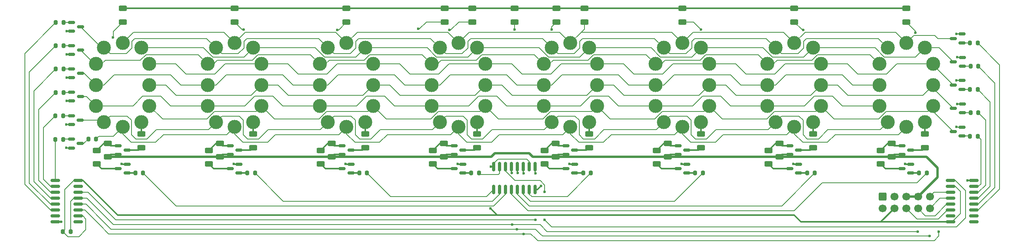
<source format=gbr>
%TF.GenerationSoftware,KiCad,Pcbnew,8.0.3*%
%TF.CreationDate,2024-07-12T14:04:41+12:00*%
%TF.ProjectId,nixie_board,6e697869-655f-4626-9f61-72642e6b6963,0.1.2*%
%TF.SameCoordinates,Original*%
%TF.FileFunction,Copper,L1,Top*%
%TF.FilePolarity,Positive*%
%FSLAX46Y46*%
G04 Gerber Fmt 4.6, Leading zero omitted, Abs format (unit mm)*
G04 Created by KiCad (PCBNEW 8.0.3) date 2024-07-12 14:04:41*
%MOMM*%
%LPD*%
G01*
G04 APERTURE LIST*
G04 Aperture macros list*
%AMRoundRect*
0 Rectangle with rounded corners*
0 $1 Rounding radius*
0 $2 $3 $4 $5 $6 $7 $8 $9 X,Y pos of 4 corners*
0 Add a 4 corners polygon primitive as box body*
4,1,4,$2,$3,$4,$5,$6,$7,$8,$9,$2,$3,0*
0 Add four circle primitives for the rounded corners*
1,1,$1+$1,$2,$3*
1,1,$1+$1,$4,$5*
1,1,$1+$1,$6,$7*
1,1,$1+$1,$8,$9*
0 Add four rect primitives between the rounded corners*
20,1,$1+$1,$2,$3,$4,$5,0*
20,1,$1+$1,$4,$5,$6,$7,0*
20,1,$1+$1,$6,$7,$8,$9,0*
20,1,$1+$1,$8,$9,$2,$3,0*%
G04 Aperture macros list end*
%TA.AperFunction,SMDPad,CuDef*%
%ADD10RoundRect,0.200000X-0.200000X-0.275000X0.200000X-0.275000X0.200000X0.275000X-0.200000X0.275000X0*%
%TD*%
%TA.AperFunction,SMDPad,CuDef*%
%ADD11RoundRect,0.200000X0.200000X0.275000X-0.200000X0.275000X-0.200000X-0.275000X0.200000X-0.275000X0*%
%TD*%
%TA.AperFunction,SMDPad,CuDef*%
%ADD12RoundRect,0.150000X-0.587500X-0.150000X0.587500X-0.150000X0.587500X0.150000X-0.587500X0.150000X0*%
%TD*%
%TA.AperFunction,SMDPad,CuDef*%
%ADD13RoundRect,0.250000X0.625000X-0.312500X0.625000X0.312500X-0.625000X0.312500X-0.625000X-0.312500X0*%
%TD*%
%TA.AperFunction,SMDPad,CuDef*%
%ADD14RoundRect,0.250000X-0.625000X0.312500X-0.625000X-0.312500X0.625000X-0.312500X0.625000X0.312500X0*%
%TD*%
%TA.AperFunction,SMDPad,CuDef*%
%ADD15RoundRect,0.150000X0.587500X0.150000X-0.587500X0.150000X-0.587500X-0.150000X0.587500X-0.150000X0*%
%TD*%
%TA.AperFunction,ComponentPad*%
%ADD16C,3.000000*%
%TD*%
%TA.AperFunction,SMDPad,CuDef*%
%ADD17RoundRect,0.150000X0.825000X0.150000X-0.825000X0.150000X-0.825000X-0.150000X0.825000X-0.150000X0*%
%TD*%
%TA.AperFunction,SMDPad,CuDef*%
%ADD18RoundRect,0.150000X0.150000X-0.825000X0.150000X0.825000X-0.150000X0.825000X-0.150000X-0.825000X0*%
%TD*%
%TA.AperFunction,SMDPad,CuDef*%
%ADD19RoundRect,0.150000X-0.825000X-0.150000X0.825000X-0.150000X0.825000X0.150000X-0.825000X0.150000X0*%
%TD*%
%TA.AperFunction,ComponentPad*%
%ADD20RoundRect,0.250000X-0.600000X0.600000X-0.600000X-0.600000X0.600000X-0.600000X0.600000X0.600000X0*%
%TD*%
%TA.AperFunction,ComponentPad*%
%ADD21C,1.700000*%
%TD*%
%TA.AperFunction,ViaPad*%
%ADD22C,0.600000*%
%TD*%
%TA.AperFunction,Conductor*%
%ADD23C,0.130000*%
%TD*%
%TA.AperFunction,Conductor*%
%ADD24C,0.300000*%
%TD*%
%TA.AperFunction,Conductor*%
%ADD25C,0.500000*%
%TD*%
G04 APERTURE END LIST*
D10*
%TO.P,R3,1*%
%TO.N,N_1*%
X54575000Y-86600000D03*
%TO.P,R3,2*%
%TO.N,/N_1_B*%
X56225000Y-86600000D03*
%TD*%
D11*
%TO.P,R32,1*%
%TO.N,A_2*%
X97387500Y-98950000D03*
%TO.P,R32,2*%
%TO.N,/Nixie_2/N_B*%
X95737500Y-98950000D03*
%TD*%
D12*
%TO.P,Q14,1,B*%
%TO.N,/Nixie_2/P_B*%
X92062500Y-93050000D03*
%TO.P,Q14,2,E*%
%TO.N,170V*%
X92062500Y-94950000D03*
%TO.P,Q14,3,C*%
%TO.N,/Nixie_2/P_C*%
X93937500Y-94000000D03*
%TD*%
D13*
%TO.P,R37,1*%
%TO.N,170V*%
X137860000Y-95462500D03*
%TO.P,R37,2*%
%TO.N,/Nixie_4/P_B*%
X137860000Y-92537500D03*
%TD*%
%TO.P,R23,1*%
%TO.N,/K_8*%
X213000000Y-66462500D03*
%TO.P,R23,2*%
%TO.N,/NIXIE_CONNECTION*%
X213000000Y-63537500D03*
%TD*%
D10*
%TO.P,R10,1*%
%TO.N,N_5*%
X54675000Y-66600000D03*
%TO.P,R10,2*%
%TO.N,/N_5_B*%
X56325000Y-66600000D03*
%TD*%
D14*
%TO.P,R50,1*%
%TO.N,/Nixie_7/P_B*%
X207490000Y-94057500D03*
%TO.P,R50,2*%
%TO.N,/Nixie_7/N_C*%
X207490000Y-96982500D03*
%TD*%
D10*
%TO.P,R9,1*%
%TO.N,N_4*%
X54675000Y-71600000D03*
%TO.P,R9,2*%
%TO.N,/N_4_B*%
X56325000Y-71600000D03*
%TD*%
D11*
%TO.P,R28,1*%
%TO.N,A_1*%
X73387500Y-98950000D03*
%TO.P,R28,2*%
%TO.N,/Nixie_1/N_B*%
X71737500Y-98950000D03*
%TD*%
D15*
%TO.P,Q15,1,B*%
%TO.N,/Nixie_2/N_B*%
X93937500Y-98950000D03*
%TO.P,Q15,2,E*%
%TO.N,GND*%
X93937500Y-97050000D03*
%TO.P,Q15,3,C*%
%TO.N,/Nixie_2/N_C*%
X92062500Y-98000000D03*
%TD*%
D12*
%TO.P,Q11,1,B*%
%TO.N,/N_DP_B*%
X58000000Y-91650000D03*
%TO.P,Q11,2,E*%
%TO.N,GND*%
X58000000Y-93550000D03*
%TO.P,Q11,3,C*%
%TO.N,/N_DP_C*%
X59875000Y-92600000D03*
%TD*%
D13*
%TO.P,R17,1*%
%TO.N,/K_5*%
X162000000Y-66462500D03*
%TO.P,R17,2*%
%TO.N,/NIXIE_CONNECTION*%
X162000000Y-63537500D03*
%TD*%
D11*
%TO.P,R22,1*%
%TO.N,/K_10*%
X63300000Y-91600000D03*
%TO.P,R22,2*%
%TO.N,/N_DP_C*%
X61650000Y-91600000D03*
%TD*%
D13*
%TO.P,R33,1*%
%TO.N,170V*%
X113860000Y-95462500D03*
%TO.P,R33,2*%
%TO.N,/Nixie_3/P_B*%
X113860000Y-92537500D03*
%TD*%
D16*
%TO.P,N1,1,Anode*%
%TO.N,/Nixie_1/NIXIE_ANODE*%
X73000000Y-88000000D03*
%TO.P,N1,2,0*%
%TO.N,/K_0*%
X74750000Y-84500000D03*
%TO.P,N1,3,9*%
%TO.N,/K_9*%
X74750000Y-80000000D03*
%TO.P,N1,4,8*%
%TO.N,/K_8*%
X74750000Y-75500000D03*
%TO.P,N1,5,7*%
%TO.N,/K_7*%
X73000000Y-72000000D03*
%TO.P,N1,6,6*%
%TO.N,/K_6*%
X69000000Y-71000000D03*
%TO.P,N1,7,5*%
%TO.N,/K_5*%
X65000000Y-72000000D03*
%TO.P,N1,8,4*%
%TO.N,/K_4*%
X63250000Y-75500000D03*
%TO.P,N1,9,3*%
%TO.N,/K_3*%
X63250000Y-80000000D03*
%TO.P,N1,10,2*%
%TO.N,/K_2*%
X63250000Y-84500000D03*
%TO.P,N1,11,1*%
%TO.N,/K_1*%
X65000000Y-88000000D03*
%TO.P,N1,12,DP*%
%TO.N,/K_10*%
X69000000Y-89000000D03*
%TD*%
D14*
%TO.P,R26,1*%
%TO.N,/Nixie_1/P_B*%
X63490000Y-94057500D03*
%TO.P,R26,2*%
%TO.N,/Nixie_1/N_C*%
X63490000Y-96982500D03*
%TD*%
D17*
%TO.P,U1,1,QB*%
%TO.N,unconnected-(U1-QB-Pad1)*%
X251475000Y-109445000D03*
%TO.P,U1,2,QC*%
%TO.N,unconnected-(U1-QC-Pad2)*%
X251475000Y-108175000D03*
%TO.P,U1,3,QD*%
%TO.N,N_6*%
X251475000Y-106905000D03*
%TO.P,U1,4,QE*%
%TO.N,N_7*%
X251475000Y-105635000D03*
%TO.P,U1,5,QF*%
%TO.N,N_8*%
X251475000Y-104365000D03*
%TO.P,U1,6,QG*%
%TO.N,N_9*%
X251475000Y-103095000D03*
%TO.P,U1,7,QH*%
%TO.N,N_0*%
X251475000Y-101825000D03*
%TO.P,U1,8,GND*%
%TO.N,GND*%
X251475000Y-100555000D03*
%TO.P,U1,9,QH'*%
%TO.N,/SER_CHAIN_1*%
X246525000Y-100555000D03*
%TO.P,U1,10,~{SRCLR}*%
%TO.N,+3V3*%
X246525000Y-101825000D03*
%TO.P,U1,11,SRCLK*%
%TO.N,CLK*%
X246525000Y-103095000D03*
%TO.P,U1,12,RCLK*%
%TO.N,LATCH*%
X246525000Y-104365000D03*
%TO.P,U1,13,~{OE}*%
%TO.N,OE*%
X246525000Y-105635000D03*
%TO.P,U1,14,SER*%
%TO.N,SER*%
X246525000Y-106905000D03*
%TO.P,U1,15,QA*%
%TO.N,unconnected-(U1-QA-Pad15)*%
X246525000Y-108175000D03*
%TO.P,U1,16,VCC*%
%TO.N,+3V3*%
X246525000Y-109445000D03*
%TD*%
D14*
%TO.P,R54,1*%
%TO.N,/Nixie_8/P_B*%
X231490000Y-94057500D03*
%TO.P,R54,2*%
%TO.N,/Nixie_8/N_C*%
X231490000Y-96982500D03*
%TD*%
D13*
%TO.P,R51,1*%
%TO.N,/Nixie_7/P_C*%
X217000000Y-93462500D03*
%TO.P,R51,2*%
%TO.N,/Nixie_7/NIXIE_ANODE*%
X217000000Y-90537500D03*
%TD*%
D12*
%TO.P,Q18,1,B*%
%TO.N,/Nixie_4/P_B*%
X140062500Y-93050000D03*
%TO.P,Q18,2,E*%
%TO.N,170V*%
X140062500Y-94950000D03*
%TO.P,Q18,3,C*%
%TO.N,/Nixie_4/P_C*%
X141937500Y-94000000D03*
%TD*%
D13*
%TO.P,R53,1*%
%TO.N,170V*%
X233860000Y-95462500D03*
%TO.P,R53,2*%
%TO.N,/Nixie_8/P_B*%
X233860000Y-92537500D03*
%TD*%
D12*
%TO.P,Q2,1,B*%
%TO.N,/N_1_B*%
X58000000Y-86600000D03*
%TO.P,Q2,2,E*%
%TO.N,GND*%
X58000000Y-88500000D03*
%TO.P,Q2,3,C*%
%TO.N,/K_1*%
X59875000Y-87550000D03*
%TD*%
D13*
%TO.P,R21,1*%
%TO.N,/K_7*%
X189000000Y-66462500D03*
%TO.P,R21,2*%
%TO.N,/NIXIE_CONNECTION*%
X189000000Y-63537500D03*
%TD*%
D10*
%TO.P,R4,1*%
%TO.N,N_2*%
X54675000Y-81600000D03*
%TO.P,R4,2*%
%TO.N,/N_2_B*%
X56325000Y-81600000D03*
%TD*%
D13*
%TO.P,R55,1*%
%TO.N,/Nixie_8/P_C*%
X241000000Y-93462500D03*
%TO.P,R55,2*%
%TO.N,/Nixie_8/NIXIE_ANODE*%
X241000000Y-90537500D03*
%TD*%
D12*
%TO.P,Q22,1,B*%
%TO.N,/Nixie_6/P_B*%
X188062500Y-93050000D03*
%TO.P,Q22,2,E*%
%TO.N,170V*%
X188062500Y-94950000D03*
%TO.P,Q22,3,C*%
%TO.N,/Nixie_6/P_C*%
X189937500Y-94000000D03*
%TD*%
D16*
%TO.P,N8,1,Anode*%
%TO.N,/Nixie_8/NIXIE_ANODE*%
X241000000Y-88000000D03*
%TO.P,N8,2,0*%
%TO.N,/K_0*%
X242750000Y-84500000D03*
%TO.P,N8,3,9*%
%TO.N,/K_9*%
X242750000Y-80000000D03*
%TO.P,N8,4,8*%
%TO.N,/K_8*%
X242750000Y-75500000D03*
%TO.P,N8,5,7*%
%TO.N,/K_7*%
X241000000Y-72000000D03*
%TO.P,N8,6,6*%
%TO.N,/K_6*%
X237000000Y-71000000D03*
%TO.P,N8,7,5*%
%TO.N,/K_5*%
X233000000Y-72000000D03*
%TO.P,N8,8,4*%
%TO.N,/K_4*%
X231250000Y-75500000D03*
%TO.P,N8,9,3*%
%TO.N,/K_3*%
X231250000Y-80000000D03*
%TO.P,N8,10,2*%
%TO.N,/K_2*%
X231250000Y-84500000D03*
%TO.P,N8,11,1*%
%TO.N,/K_1*%
X233000000Y-88000000D03*
%TO.P,N8,12,DP*%
%TO.N,/K_10*%
X237000000Y-89000000D03*
%TD*%
%TO.P,N2,1,Anode*%
%TO.N,/Nixie_2/NIXIE_ANODE*%
X97000000Y-88000000D03*
%TO.P,N2,2,0*%
%TO.N,/K_0*%
X98750000Y-84500000D03*
%TO.P,N2,3,9*%
%TO.N,/K_9*%
X98750000Y-80000000D03*
%TO.P,N2,4,8*%
%TO.N,/K_8*%
X98750000Y-75500000D03*
%TO.P,N2,5,7*%
%TO.N,/K_7*%
X97000000Y-72000000D03*
%TO.P,N2,6,6*%
%TO.N,/K_6*%
X93000000Y-71000000D03*
%TO.P,N2,7,5*%
%TO.N,/K_5*%
X89000000Y-72000000D03*
%TO.P,N2,8,4*%
%TO.N,/K_4*%
X87250000Y-75500000D03*
%TO.P,N2,9,3*%
%TO.N,/K_3*%
X87250000Y-80000000D03*
%TO.P,N2,10,2*%
%TO.N,/K_2*%
X87250000Y-84500000D03*
%TO.P,N2,11,1*%
%TO.N,/K_1*%
X89000000Y-88000000D03*
%TO.P,N2,12,DP*%
%TO.N,/K_10*%
X93000000Y-89000000D03*
%TD*%
D13*
%TO.P,R31,1*%
%TO.N,/Nixie_2/P_C*%
X97000000Y-93462500D03*
%TO.P,R31,2*%
%TO.N,/Nixie_2/NIXIE_ANODE*%
X97000000Y-90537500D03*
%TD*%
D16*
%TO.P,N3,1,Anode*%
%TO.N,/Nixie_3/NIXIE_ANODE*%
X121000000Y-88000000D03*
%TO.P,N3,2,0*%
%TO.N,/K_0*%
X122750000Y-84500000D03*
%TO.P,N3,3,9*%
%TO.N,/K_9*%
X122750000Y-80000000D03*
%TO.P,N3,4,8*%
%TO.N,/K_8*%
X122750000Y-75500000D03*
%TO.P,N3,5,7*%
%TO.N,/K_7*%
X121000000Y-72000000D03*
%TO.P,N3,6,6*%
%TO.N,/K_6*%
X117000000Y-71000000D03*
%TO.P,N3,7,5*%
%TO.N,/K_5*%
X113000000Y-72000000D03*
%TO.P,N3,8,4*%
%TO.N,/K_4*%
X111250000Y-75500000D03*
%TO.P,N3,9,3*%
%TO.N,/K_3*%
X111250000Y-80000000D03*
%TO.P,N3,10,2*%
%TO.N,/K_2*%
X111250000Y-84500000D03*
%TO.P,N3,11,1*%
%TO.N,/K_1*%
X113000000Y-88000000D03*
%TO.P,N3,12,DP*%
%TO.N,/K_10*%
X117000000Y-89000000D03*
%TD*%
D15*
%TO.P,Q21,1,B*%
%TO.N,/Nixie_5/N_B*%
X165937500Y-98950000D03*
%TO.P,Q21,2,E*%
%TO.N,GND*%
X165937500Y-97050000D03*
%TO.P,Q21,3,C*%
%TO.N,/Nixie_5/N_C*%
X164062500Y-98000000D03*
%TD*%
D13*
%TO.P,R41,1*%
%TO.N,170V*%
X161860000Y-95462500D03*
%TO.P,R41,2*%
%TO.N,/Nixie_5/P_B*%
X161860000Y-92537500D03*
%TD*%
D16*
%TO.P,N4,1,Anode*%
%TO.N,/Nixie_4/NIXIE_ANODE*%
X145000000Y-88000000D03*
%TO.P,N4,2,0*%
%TO.N,/K_0*%
X146750000Y-84500000D03*
%TO.P,N4,3,9*%
%TO.N,/K_9*%
X146750000Y-80000000D03*
%TO.P,N4,4,8*%
%TO.N,/K_8*%
X146750000Y-75500000D03*
%TO.P,N4,5,7*%
%TO.N,/K_7*%
X145000000Y-72000000D03*
%TO.P,N4,6,6*%
%TO.N,/K_6*%
X141000000Y-71000000D03*
%TO.P,N4,7,5*%
%TO.N,/K_5*%
X137000000Y-72000000D03*
%TO.P,N4,8,4*%
%TO.N,/K_4*%
X135250000Y-75500000D03*
%TO.P,N4,9,3*%
%TO.N,/K_3*%
X135250000Y-80000000D03*
%TO.P,N4,10,2*%
%TO.N,/K_2*%
X135250000Y-84500000D03*
%TO.P,N4,11,1*%
%TO.N,/K_1*%
X137000000Y-88000000D03*
%TO.P,N4,12,DP*%
%TO.N,/K_10*%
X141000000Y-89000000D03*
%TD*%
D11*
%TO.P,R52,1*%
%TO.N,A_7*%
X217387500Y-98950000D03*
%TO.P,R52,2*%
%TO.N,/Nixie_7/N_B*%
X215737500Y-98950000D03*
%TD*%
D10*
%TO.P,R8,1*%
%TO.N,N_3*%
X54675000Y-76600000D03*
%TO.P,R8,2*%
%TO.N,/N_3_B*%
X56325000Y-76600000D03*
%TD*%
D12*
%TO.P,Q4,1,B*%
%TO.N,/N_3_B*%
X58062500Y-76550000D03*
%TO.P,Q4,2,E*%
%TO.N,GND*%
X58062500Y-78450000D03*
%TO.P,Q4,3,C*%
%TO.N,/K_3*%
X59937500Y-77500000D03*
%TD*%
D13*
%TO.P,R16,1*%
%TO.N,/K_4*%
X153000000Y-66462500D03*
%TO.P,R16,2*%
%TO.N,/NIXIE_CONNECTION*%
X153000000Y-63537500D03*
%TD*%
D15*
%TO.P,Q19,1,B*%
%TO.N,/Nixie_4/N_B*%
X141937500Y-98950000D03*
%TO.P,Q19,2,E*%
%TO.N,GND*%
X141937500Y-97050000D03*
%TO.P,Q19,3,C*%
%TO.N,/Nixie_4/N_C*%
X140062500Y-98000000D03*
%TD*%
%TO.P,Q23,1,B*%
%TO.N,/Nixie_6/N_B*%
X189937500Y-98950000D03*
%TO.P,Q23,2,E*%
%TO.N,GND*%
X189937500Y-97050000D03*
%TO.P,Q23,3,C*%
%TO.N,/Nixie_6/N_C*%
X188062500Y-98000000D03*
%TD*%
D14*
%TO.P,R38,1*%
%TO.N,/Nixie_4/P_B*%
X135490000Y-94057500D03*
%TO.P,R38,2*%
%TO.N,/Nixie_4/N_C*%
X135490000Y-96982500D03*
%TD*%
D13*
%TO.P,R18,1*%
%TO.N,/K_6*%
X168000000Y-66462500D03*
%TO.P,R18,2*%
%TO.N,/NIXIE_CONNECTION*%
X168000000Y-63537500D03*
%TD*%
D11*
%TO.P,R44,1*%
%TO.N,A_5*%
X169387500Y-98950000D03*
%TO.P,R44,2*%
%TO.N,/Nixie_5/N_B*%
X167737500Y-98950000D03*
%TD*%
D18*
%TO.P,U2,1,QB*%
%TO.N,A_3*%
X148555000Y-102475000D03*
%TO.P,U2,2,QC*%
%TO.N,A_2*%
X149825000Y-102475000D03*
%TO.P,U2,3,QD*%
%TO.N,A_1*%
X151095000Y-102475000D03*
%TO.P,U2,4,QE*%
%TO.N,A_8*%
X152365000Y-102475000D03*
%TO.P,U2,5,QF*%
%TO.N,A_7*%
X153635000Y-102475000D03*
%TO.P,U2,6,QG*%
%TO.N,A_6*%
X154905000Y-102475000D03*
%TO.P,U2,7,QH*%
%TO.N,A_5*%
X156175000Y-102475000D03*
%TO.P,U2,8,GND*%
%TO.N,GND*%
X157445000Y-102475000D03*
%TO.P,U2,9,QH'*%
%TO.N,/SER_CHAIN_2*%
X157445000Y-97525000D03*
%TO.P,U2,10,~{SRCLR}*%
%TO.N,+3V3*%
X156175000Y-97525000D03*
%TO.P,U2,11,SRCLK*%
%TO.N,CLK*%
X154905000Y-97525000D03*
%TO.P,U2,12,RCLK*%
%TO.N,LATCH*%
X153635000Y-97525000D03*
%TO.P,U2,13,~{OE}*%
%TO.N,OE*%
X152365000Y-97525000D03*
%TO.P,U2,14,SER*%
%TO.N,/SER_CHAIN_1*%
X151095000Y-97525000D03*
%TO.P,U2,15,QA*%
%TO.N,A_4*%
X149825000Y-97525000D03*
%TO.P,U2,16,VCC*%
%TO.N,+3V3*%
X148555000Y-97525000D03*
%TD*%
D13*
%TO.P,R27,1*%
%TO.N,/Nixie_1/P_C*%
X73000000Y-93462500D03*
%TO.P,R27,2*%
%TO.N,/Nixie_1/NIXIE_ANODE*%
X73000000Y-90537500D03*
%TD*%
D11*
%TO.P,R15,1*%
%TO.N,N_8*%
X252325000Y-81000000D03*
%TO.P,R15,2*%
%TO.N,/N_8_B*%
X250675000Y-81000000D03*
%TD*%
%TO.P,R2,1*%
%TO.N,N_0*%
X252325000Y-91000000D03*
%TO.P,R2,2*%
%TO.N,/N_0_B*%
X250675000Y-91000000D03*
%TD*%
D13*
%TO.P,R47,1*%
%TO.N,/Nixie_6/P_C*%
X193000000Y-93462500D03*
%TO.P,R47,2*%
%TO.N,/Nixie_6/NIXIE_ANODE*%
X193000000Y-90537500D03*
%TD*%
D15*
%TO.P,Q17,1,B*%
%TO.N,/Nixie_3/N_B*%
X117937500Y-98950000D03*
%TO.P,Q17,2,E*%
%TO.N,GND*%
X117937500Y-97050000D03*
%TO.P,Q17,3,C*%
%TO.N,/Nixie_3/N_C*%
X116062500Y-98000000D03*
%TD*%
D12*
%TO.P,Q16,1,B*%
%TO.N,/Nixie_3/P_B*%
X116062500Y-93050000D03*
%TO.P,Q16,2,E*%
%TO.N,170V*%
X116062500Y-94950000D03*
%TO.P,Q16,3,C*%
%TO.N,/Nixie_3/P_C*%
X117937500Y-94000000D03*
%TD*%
D11*
%TO.P,R13,1*%
%TO.N,N_6*%
X252325000Y-71000000D03*
%TO.P,R13,2*%
%TO.N,/N_6_B*%
X250675000Y-71000000D03*
%TD*%
D13*
%TO.P,R7,1*%
%TO.N,/K_1*%
X117000000Y-66462500D03*
%TO.P,R7,2*%
%TO.N,/NIXIE_CONNECTION*%
X117000000Y-63537500D03*
%TD*%
D11*
%TO.P,R19,1*%
%TO.N,N_9*%
X252425000Y-86000000D03*
%TO.P,R19,2*%
%TO.N,/N_9_B*%
X250775000Y-86000000D03*
%TD*%
D13*
%TO.P,R25,1*%
%TO.N,170V*%
X65860000Y-95462500D03*
%TO.P,R25,2*%
%TO.N,/Nixie_1/P_B*%
X65860000Y-92537500D03*
%TD*%
D11*
%TO.P,R40,1*%
%TO.N,A_4*%
X145387500Y-98950000D03*
%TO.P,R40,2*%
%TO.N,/Nixie_4/N_B*%
X143737500Y-98950000D03*
%TD*%
%TO.P,R36,1*%
%TO.N,A_3*%
X121387500Y-98950000D03*
%TO.P,R36,2*%
%TO.N,/Nixie_3/N_B*%
X119737500Y-98950000D03*
%TD*%
D13*
%TO.P,R49,1*%
%TO.N,170V*%
X209860000Y-95462500D03*
%TO.P,R49,2*%
%TO.N,/Nixie_7/P_B*%
X209860000Y-92537500D03*
%TD*%
D12*
%TO.P,Q26,1,B*%
%TO.N,/Nixie_8/P_B*%
X236062500Y-93050000D03*
%TO.P,Q26,2,E*%
%TO.N,170V*%
X236062500Y-94950000D03*
%TO.P,Q26,3,C*%
%TO.N,/Nixie_8/P_C*%
X237937500Y-94000000D03*
%TD*%
%TO.P,Q3,1,B*%
%TO.N,/N_2_B*%
X58062500Y-81550000D03*
%TO.P,Q3,2,E*%
%TO.N,GND*%
X58062500Y-83450000D03*
%TO.P,Q3,3,C*%
%TO.N,/K_2*%
X59937500Y-82500000D03*
%TD*%
D13*
%TO.P,R12,1*%
%TO.N,/K_3*%
X144000000Y-66462500D03*
%TO.P,R12,2*%
%TO.N,/NIXIE_CONNECTION*%
X144000000Y-63537500D03*
%TD*%
%TO.P,R39,1*%
%TO.N,/Nixie_4/P_C*%
X145000000Y-93462500D03*
%TO.P,R39,2*%
%TO.N,/Nixie_4/NIXIE_ANODE*%
X145000000Y-90537500D03*
%TD*%
D12*
%TO.P,Q20,1,B*%
%TO.N,/Nixie_5/P_B*%
X164062500Y-93050000D03*
%TO.P,Q20,2,E*%
%TO.N,170V*%
X164062500Y-94950000D03*
%TO.P,Q20,3,C*%
%TO.N,/Nixie_5/P_C*%
X165937500Y-94000000D03*
%TD*%
D11*
%TO.P,R56,1*%
%TO.N,A_8*%
X241387500Y-98950000D03*
%TO.P,R56,2*%
%TO.N,/Nixie_8/N_B*%
X239737500Y-98950000D03*
%TD*%
D16*
%TO.P,N7,1,Anode*%
%TO.N,/Nixie_7/NIXIE_ANODE*%
X217000000Y-88000000D03*
%TO.P,N7,2,0*%
%TO.N,/K_0*%
X218750000Y-84500000D03*
%TO.P,N7,3,9*%
%TO.N,/K_9*%
X218750000Y-80000000D03*
%TO.P,N7,4,8*%
%TO.N,/K_8*%
X218750000Y-75500000D03*
%TO.P,N7,5,7*%
%TO.N,/K_7*%
X217000000Y-72000000D03*
%TO.P,N7,6,6*%
%TO.N,/K_6*%
X213000000Y-71000000D03*
%TO.P,N7,7,5*%
%TO.N,/K_5*%
X209000000Y-72000000D03*
%TO.P,N7,8,4*%
%TO.N,/K_4*%
X207250000Y-75500000D03*
%TO.P,N7,9,3*%
%TO.N,/K_3*%
X207250000Y-80000000D03*
%TO.P,N7,10,2*%
%TO.N,/K_2*%
X207250000Y-84500000D03*
%TO.P,N7,11,1*%
%TO.N,/K_1*%
X209000000Y-88000000D03*
%TO.P,N7,12,DP*%
%TO.N,/K_10*%
X213000000Y-89000000D03*
%TD*%
D15*
%TO.P,Q9,1,B*%
%TO.N,/N_8_B*%
X248937500Y-80950000D03*
%TO.P,Q9,2,E*%
%TO.N,GND*%
X248937500Y-79050000D03*
%TO.P,Q9,3,C*%
%TO.N,/K_8*%
X247062500Y-80000000D03*
%TD*%
%TO.P,Q8,1,B*%
%TO.N,/N_7_B*%
X249000000Y-76000000D03*
%TO.P,Q8,2,E*%
%TO.N,GND*%
X249000000Y-74100000D03*
%TO.P,Q8,3,C*%
%TO.N,/K_7*%
X247125000Y-75050000D03*
%TD*%
D14*
%TO.P,R30,1*%
%TO.N,/Nixie_2/P_B*%
X87490000Y-94057500D03*
%TO.P,R30,2*%
%TO.N,/Nixie_2/N_C*%
X87490000Y-96982500D03*
%TD*%
%TO.P,R34,1*%
%TO.N,/Nixie_3/P_B*%
X111490000Y-94057500D03*
%TO.P,R34,2*%
%TO.N,/Nixie_3/N_C*%
X111490000Y-96982500D03*
%TD*%
D10*
%TO.P,R20,1*%
%TO.N,N_DP*%
X54575000Y-91700000D03*
%TO.P,R20,2*%
%TO.N,/N_DP_B*%
X56225000Y-91700000D03*
%TD*%
D16*
%TO.P,N5,1,Anode*%
%TO.N,/Nixie_5/NIXIE_ANODE*%
X169000000Y-88000000D03*
%TO.P,N5,2,0*%
%TO.N,/K_0*%
X170750000Y-84500000D03*
%TO.P,N5,3,9*%
%TO.N,/K_9*%
X170750000Y-80000000D03*
%TO.P,N5,4,8*%
%TO.N,/K_8*%
X170750000Y-75500000D03*
%TO.P,N5,5,7*%
%TO.N,/K_7*%
X169000000Y-72000000D03*
%TO.P,N5,6,6*%
%TO.N,/K_6*%
X165000000Y-71000000D03*
%TO.P,N5,7,5*%
%TO.N,/K_5*%
X161000000Y-72000000D03*
%TO.P,N5,8,4*%
%TO.N,/K_4*%
X159250000Y-75500000D03*
%TO.P,N5,9,3*%
%TO.N,/K_3*%
X159250000Y-80000000D03*
%TO.P,N5,10,2*%
%TO.N,/K_2*%
X159250000Y-84500000D03*
%TO.P,N5,11,1*%
%TO.N,/K_1*%
X161000000Y-88000000D03*
%TO.P,N5,12,DP*%
%TO.N,/K_10*%
X165000000Y-89000000D03*
%TD*%
D13*
%TO.P,R43,1*%
%TO.N,/Nixie_5/P_C*%
X169000000Y-93462500D03*
%TO.P,R43,2*%
%TO.N,/Nixie_5/NIXIE_ANODE*%
X169000000Y-90537500D03*
%TD*%
D12*
%TO.P,Q12,1,B*%
%TO.N,/Nixie_1/P_B*%
X68062500Y-93050000D03*
%TO.P,Q12,2,E*%
%TO.N,170V*%
X68062500Y-94950000D03*
%TO.P,Q12,3,C*%
%TO.N,/Nixie_1/P_C*%
X69937500Y-94000000D03*
%TD*%
%TO.P,Q6,1,B*%
%TO.N,/N_5_B*%
X58062500Y-66550000D03*
%TO.P,Q6,2,E*%
%TO.N,GND*%
X58062500Y-68450000D03*
%TO.P,Q6,3,C*%
%TO.N,/K_5*%
X59937500Y-67500000D03*
%TD*%
D13*
%TO.P,R35,1*%
%TO.N,/Nixie_3/P_C*%
X121000000Y-93462500D03*
%TO.P,R35,2*%
%TO.N,/Nixie_3/NIXIE_ANODE*%
X121000000Y-90537500D03*
%TD*%
D15*
%TO.P,Q25,1,B*%
%TO.N,/Nixie_7/N_B*%
X213937500Y-98950000D03*
%TO.P,Q25,2,E*%
%TO.N,GND*%
X213937500Y-97050000D03*
%TO.P,Q25,3,C*%
%TO.N,/Nixie_7/N_C*%
X212062500Y-98000000D03*
%TD*%
D11*
%TO.P,R48,1*%
%TO.N,A_6*%
X193387500Y-98950000D03*
%TO.P,R48,2*%
%TO.N,/Nixie_6/N_B*%
X191737500Y-98950000D03*
%TD*%
D15*
%TO.P,Q7,1,B*%
%TO.N,/N_6_B*%
X248937500Y-70950000D03*
%TO.P,Q7,2,E*%
%TO.N,GND*%
X248937500Y-69050000D03*
%TO.P,Q7,3,C*%
%TO.N,/K_6*%
X247062500Y-70000000D03*
%TD*%
%TO.P,Q13,1,B*%
%TO.N,/Nixie_1/N_B*%
X69937500Y-98950000D03*
%TO.P,Q13,2,E*%
%TO.N,GND*%
X69937500Y-97050000D03*
%TO.P,Q13,3,C*%
%TO.N,/Nixie_1/N_C*%
X68062500Y-98000000D03*
%TD*%
D13*
%TO.P,R5,1*%
%TO.N,/K_10*%
X69000000Y-66462500D03*
%TO.P,R5,2*%
%TO.N,/NIXIE_CONNECTION*%
X69000000Y-63537500D03*
%TD*%
%TO.P,R24,1*%
%TO.N,/K_9*%
X237000000Y-66462500D03*
%TO.P,R24,2*%
%TO.N,/NIXIE_CONNECTION*%
X237000000Y-63537500D03*
%TD*%
D10*
%TO.P,R1,1*%
%TO.N,+3V3*%
X56175000Y-111500000D03*
%TO.P,R1,2*%
%TO.N,OE*%
X57825000Y-111500000D03*
%TD*%
D13*
%TO.P,R11,1*%
%TO.N,/K_2*%
X138000000Y-66462500D03*
%TO.P,R11,2*%
%TO.N,/NIXIE_CONNECTION*%
X138000000Y-63537500D03*
%TD*%
D12*
%TO.P,Q5,1,B*%
%TO.N,/N_4_B*%
X58062500Y-71550000D03*
%TO.P,Q5,2,E*%
%TO.N,GND*%
X58062500Y-73450000D03*
%TO.P,Q5,3,C*%
%TO.N,/K_4*%
X59937500Y-72500000D03*
%TD*%
D15*
%TO.P,Q10,1,B*%
%TO.N,/N_9_B*%
X249000000Y-86000000D03*
%TO.P,Q10,2,E*%
%TO.N,GND*%
X249000000Y-84100000D03*
%TO.P,Q10,3,C*%
%TO.N,/K_9*%
X247125000Y-85050000D03*
%TD*%
D13*
%TO.P,R45,1*%
%TO.N,170V*%
X185860000Y-95462500D03*
%TO.P,R45,2*%
%TO.N,/Nixie_6/P_B*%
X185860000Y-92537500D03*
%TD*%
D15*
%TO.P,Q1,1,B*%
%TO.N,/N_0_B*%
X248937500Y-90950000D03*
%TO.P,Q1,2,E*%
%TO.N,GND*%
X248937500Y-89050000D03*
%TO.P,Q1,3,C*%
%TO.N,/K_0*%
X247062500Y-90000000D03*
%TD*%
D19*
%TO.P,U3,1,QB*%
%TO.N,N_DP*%
X54525000Y-100555000D03*
%TO.P,U3,2,QC*%
%TO.N,N_1*%
X54525000Y-101825000D03*
%TO.P,U3,3,QD*%
%TO.N,N_2*%
X54525000Y-103095000D03*
%TO.P,U3,4,QE*%
%TO.N,N_3*%
X54525000Y-104365000D03*
%TO.P,U3,5,QF*%
%TO.N,N_4*%
X54525000Y-105635000D03*
%TO.P,U3,6,QG*%
%TO.N,N_5*%
X54525000Y-106905000D03*
%TO.P,U3,7,QH*%
%TO.N,unconnected-(U3-QH-Pad7)*%
X54525000Y-108175000D03*
%TO.P,U3,8,GND*%
%TO.N,GND*%
X54525000Y-109445000D03*
%TO.P,U3,9,QH'*%
%TO.N,unconnected-(U3-QH'-Pad9)*%
X59475000Y-109445000D03*
%TO.P,U3,10,~{SRCLR}*%
%TO.N,+3V3*%
X59475000Y-108175000D03*
%TO.P,U3,11,SRCLK*%
%TO.N,CLK*%
X59475000Y-106905000D03*
%TO.P,U3,12,RCLK*%
%TO.N,LATCH*%
X59475000Y-105635000D03*
%TO.P,U3,13,~{OE}*%
%TO.N,OE*%
X59475000Y-104365000D03*
%TO.P,U3,14,SER*%
%TO.N,/SER_CHAIN_2*%
X59475000Y-103095000D03*
%TO.P,U3,15,QA*%
%TO.N,unconnected-(U3-QA-Pad15)*%
X59475000Y-101825000D03*
%TO.P,U3,16,VCC*%
%TO.N,+3V3*%
X59475000Y-100555000D03*
%TD*%
D15*
%TO.P,Q27,1,B*%
%TO.N,/Nixie_8/N_B*%
X237937500Y-98950000D03*
%TO.P,Q27,2,E*%
%TO.N,GND*%
X237937500Y-97050000D03*
%TO.P,Q27,3,C*%
%TO.N,/Nixie_8/N_C*%
X236062500Y-98000000D03*
%TD*%
D13*
%TO.P,R29,1*%
%TO.N,170V*%
X89860000Y-95462500D03*
%TO.P,R29,2*%
%TO.N,/Nixie_2/P_B*%
X89860000Y-92537500D03*
%TD*%
D12*
%TO.P,Q24,1,B*%
%TO.N,/Nixie_7/P_B*%
X212062500Y-93050000D03*
%TO.P,Q24,2,E*%
%TO.N,170V*%
X212062500Y-94950000D03*
%TO.P,Q24,3,C*%
%TO.N,/Nixie_7/P_C*%
X213937500Y-94000000D03*
%TD*%
D13*
%TO.P,R6,1*%
%TO.N,/K_0*%
X93000000Y-66462500D03*
%TO.P,R6,2*%
%TO.N,/NIXIE_CONNECTION*%
X93000000Y-63537500D03*
%TD*%
D16*
%TO.P,N6,1,Anode*%
%TO.N,/Nixie_6/NIXIE_ANODE*%
X193000000Y-88000000D03*
%TO.P,N6,2,0*%
%TO.N,/K_0*%
X194750000Y-84500000D03*
%TO.P,N6,3,9*%
%TO.N,/K_9*%
X194750000Y-80000000D03*
%TO.P,N6,4,8*%
%TO.N,/K_8*%
X194750000Y-75500000D03*
%TO.P,N6,5,7*%
%TO.N,/K_7*%
X193000000Y-72000000D03*
%TO.P,N6,6,6*%
%TO.N,/K_6*%
X189000000Y-71000000D03*
%TO.P,N6,7,5*%
%TO.N,/K_5*%
X185000000Y-72000000D03*
%TO.P,N6,8,4*%
%TO.N,/K_4*%
X183250000Y-75500000D03*
%TO.P,N6,9,3*%
%TO.N,/K_3*%
X183250000Y-80000000D03*
%TO.P,N6,10,2*%
%TO.N,/K_2*%
X183250000Y-84500000D03*
%TO.P,N6,11,1*%
%TO.N,/K_1*%
X185000000Y-88000000D03*
%TO.P,N6,12,DP*%
%TO.N,/K_10*%
X189000000Y-89000000D03*
%TD*%
D14*
%TO.P,R46,1*%
%TO.N,/Nixie_6/P_B*%
X183490000Y-94057500D03*
%TO.P,R46,2*%
%TO.N,/Nixie_6/N_C*%
X183490000Y-96982500D03*
%TD*%
%TO.P,R42,1*%
%TO.N,/Nixie_5/P_B*%
X159490000Y-94057500D03*
%TO.P,R42,2*%
%TO.N,/Nixie_5/N_C*%
X159490000Y-96982500D03*
%TD*%
D11*
%TO.P,R14,1*%
%TO.N,N_7*%
X252425000Y-76000000D03*
%TO.P,R14,2*%
%TO.N,/N_7_B*%
X250775000Y-76000000D03*
%TD*%
D20*
%TO.P,J1,1,Pin_1*%
%TO.N,GND*%
X231920000Y-104000000D03*
D21*
%TO.P,J1,2,Pin_2*%
X231920000Y-106540000D03*
%TO.P,J1,3,Pin_3*%
X234460000Y-104000000D03*
%TO.P,J1,4,Pin_4*%
%TO.N,+3V3*%
X234460000Y-106540000D03*
%TO.P,J1,5,Pin_5*%
%TO.N,170V*%
X237000000Y-104000000D03*
%TO.P,J1,6,Pin_6*%
%TO.N,SER*%
X237000000Y-106540000D03*
%TO.P,J1,7,Pin_7*%
%TO.N,170V*%
X239540000Y-104000000D03*
%TO.P,J1,8,Pin_8*%
%TO.N,OE*%
X239540000Y-106540000D03*
%TO.P,J1,9,Pin_9*%
%TO.N,CLK*%
X242080000Y-104000000D03*
%TO.P,J1,10,Pin_10*%
%TO.N,LATCH*%
X242080000Y-106540000D03*
%TD*%
D22*
%TO.N,OE*%
X152400000Y-98900000D03*
X152500000Y-110000000D03*
X239500000Y-111500000D03*
%TO.N,CLK*%
X244000000Y-111500000D03*
X155000000Y-112000000D03*
X155000000Y-99000000D03*
%TO.N,LATCH*%
X153500000Y-111000000D03*
X153700000Y-98900000D03*
X242000000Y-112500000D03*
%TO.N,/K_3*%
X139020000Y-68200000D03*
%TO.N,/K_9*%
X239000000Y-68730000D03*
%TO.N,/K_7*%
X193000000Y-68060000D03*
%TO.N,/K_5*%
X161000000Y-68080000D03*
%TO.N,/K_1*%
X115030000Y-68150000D03*
%TO.N,/K_8*%
X214960000Y-68210000D03*
%TO.N,/K_10*%
X66920000Y-69770000D03*
%TO.N,/K_4*%
X153000000Y-68135000D03*
%TO.N,/K_0*%
X94950000Y-68060000D03*
%TO.N,/K_2*%
X132340000Y-67940000D03*
%TO.N,GND*%
X57000000Y-73400000D03*
X247800000Y-79000000D03*
X56900000Y-88500000D03*
X140800000Y-97000000D03*
X158700000Y-101700000D03*
X212800000Y-97000000D03*
X57000000Y-83400000D03*
X164800000Y-97000000D03*
X188800000Y-97000000D03*
X57000000Y-78400000D03*
X247800000Y-69000000D03*
X55800000Y-109400000D03*
X92800000Y-97000000D03*
X247900000Y-74000000D03*
X116800000Y-97000000D03*
X56900000Y-93500000D03*
X57000000Y-68400000D03*
X236800000Y-97000000D03*
X68800000Y-97000000D03*
X250100000Y-100500000D03*
X247800000Y-89000000D03*
X247900000Y-84100000D03*
%TO.N,+3V3*%
X147900000Y-106565000D03*
X147910000Y-97570000D03*
%TO.N,/SER_CHAIN_1*%
X159500000Y-109000000D03*
X159500000Y-103000000D03*
%TO.N,/SER_CHAIN_2*%
X157500000Y-99000000D03*
X157500000Y-109000000D03*
%TD*%
D23*
%TO.N,OE*%
X63500000Y-106500000D02*
X67000000Y-110000000D01*
X245665000Y-105635000D02*
X246525000Y-105635000D01*
X241100000Y-108100000D02*
X243200000Y-108100000D01*
X243200000Y-108100000D02*
X245665000Y-105635000D01*
X58500001Y-104365000D02*
X57825000Y-105040001D01*
X61365000Y-104365000D02*
X63500000Y-106500000D01*
X239540000Y-106540000D02*
X241100000Y-108100000D01*
X59475000Y-104365000D02*
X61365000Y-104365000D01*
X163000000Y-111500000D02*
X239500000Y-111500000D01*
X67000000Y-110000000D02*
X70500000Y-110000000D01*
X160000000Y-111500000D02*
X163000000Y-111500000D01*
X57825000Y-105040001D02*
X57825000Y-111500000D01*
X152500000Y-110000000D02*
X158500000Y-110000000D01*
X152365000Y-98865000D02*
X152400000Y-98900000D01*
X59475000Y-104365000D02*
X58500001Y-104365000D01*
X158500000Y-110000000D02*
X160000000Y-111500000D01*
X152365000Y-97525000D02*
X152365000Y-98865000D01*
X70500000Y-110000000D02*
X152500000Y-110000000D01*
%TO.N,CLK*%
X158000000Y-113500000D02*
X163000000Y-113500000D01*
X70500000Y-112000000D02*
X155000000Y-112000000D01*
X156500000Y-112000000D02*
X157500000Y-113000000D01*
X59475000Y-106905000D02*
X60905000Y-106905000D01*
X242985000Y-103095000D02*
X246525000Y-103095000D01*
X157500000Y-113000000D02*
X158000000Y-113500000D01*
X242080000Y-104000000D02*
X242985000Y-103095000D01*
X244000000Y-112500000D02*
X244000000Y-111500000D01*
X155000000Y-99000000D02*
X154905000Y-98905000D01*
X154905000Y-98905000D02*
X154905000Y-97525000D01*
X243000000Y-113500000D02*
X244000000Y-112500000D01*
X60905000Y-106905000D02*
X64000000Y-110000000D01*
X163000000Y-113500000D02*
X243000000Y-113500000D01*
X66000000Y-112000000D02*
X70500000Y-112000000D01*
X64000000Y-110000000D02*
X66000000Y-112000000D01*
X155000000Y-112000000D02*
X156500000Y-112000000D01*
%TO.N,LATCH*%
X61135000Y-105635000D02*
X65000000Y-109500000D01*
X65000000Y-109500000D02*
X66500000Y-111000000D01*
X153500000Y-111000000D02*
X157500000Y-111000000D01*
X66500000Y-111000000D02*
X70500000Y-111000000D01*
X157500000Y-111000000D02*
X158500000Y-112000000D01*
X163000000Y-112500000D02*
X242000000Y-112500000D01*
X158500000Y-112000000D02*
X159000000Y-112500000D01*
X153635000Y-98835000D02*
X153700000Y-98900000D01*
X244255000Y-104365000D02*
X246525000Y-104365000D01*
X153635000Y-97525000D02*
X153635000Y-98835000D01*
X59475000Y-105635000D02*
X61135000Y-105635000D01*
X70500000Y-111000000D02*
X153500000Y-111000000D01*
X159000000Y-112500000D02*
X163000000Y-112500000D01*
X242080000Y-106540000D02*
X244255000Y-104365000D01*
%TO.N,SER*%
X237000000Y-106540000D02*
X239260000Y-108800000D01*
X245795000Y-106905000D02*
X246525000Y-106905000D01*
X243900000Y-108800000D02*
X245795000Y-106905000D01*
X239260000Y-108800000D02*
X243900000Y-108800000D01*
%TO.N,/K_3*%
X207250000Y-80000000D02*
X209000000Y-80000000D01*
X79300000Y-77800000D02*
X81500000Y-80000000D01*
X81500000Y-80000000D02*
X87250000Y-80000000D01*
X139200000Y-77800000D02*
X139600000Y-77800000D01*
X159250000Y-80000000D02*
X161000000Y-80000000D01*
X183250000Y-80000000D02*
X185000000Y-80000000D01*
X111250000Y-80000000D02*
X113000000Y-80000000D01*
X60750000Y-77500000D02*
X63250000Y-80000000D01*
X89000000Y-80000000D02*
X91200000Y-77800000D01*
X129500000Y-80000000D02*
X135250000Y-80000000D01*
X151300000Y-77800000D02*
X153500000Y-80000000D01*
X87250000Y-80000000D02*
X89000000Y-80000000D01*
X67600000Y-77800000D02*
X79300000Y-77800000D01*
X187200000Y-77800000D02*
X187600000Y-77800000D01*
X187600000Y-77800000D02*
X199300000Y-77800000D01*
X91600000Y-77800000D02*
X103300000Y-77800000D01*
X201500000Y-80000000D02*
X207250000Y-80000000D01*
X163200000Y-77800000D02*
X163600000Y-77800000D01*
X135250000Y-80000000D02*
X137000000Y-80000000D01*
X139340000Y-68200000D02*
X141077500Y-66462500D01*
X91200000Y-77800000D02*
X91600000Y-77800000D01*
X137000000Y-80000000D02*
X139200000Y-77800000D01*
X139020000Y-68200000D02*
X139340000Y-68200000D01*
X199300000Y-77800000D02*
X201500000Y-80000000D01*
X63250000Y-80000000D02*
X65000000Y-80000000D01*
X103300000Y-77800000D02*
X105500000Y-80000000D01*
X211200000Y-77800000D02*
X211600000Y-77800000D01*
X163600000Y-77800000D02*
X175300000Y-77800000D01*
X127300000Y-77800000D02*
X129500000Y-80000000D01*
X177500000Y-80000000D02*
X183250000Y-80000000D01*
X139600000Y-77800000D02*
X151300000Y-77800000D01*
X225500000Y-80000000D02*
X231250000Y-80000000D01*
X67200000Y-77800000D02*
X67600000Y-77800000D01*
X113000000Y-80000000D02*
X115200000Y-77800000D01*
X59937500Y-77500000D02*
X60750000Y-77500000D01*
X175300000Y-77800000D02*
X177500000Y-80000000D01*
X153500000Y-80000000D02*
X159250000Y-80000000D01*
X105500000Y-80000000D02*
X111250000Y-80000000D01*
X141077500Y-66462500D02*
X144000000Y-66462500D01*
X115600000Y-77800000D02*
X127300000Y-77800000D01*
X185000000Y-80000000D02*
X187200000Y-77800000D01*
X65000000Y-80000000D02*
X67200000Y-77800000D01*
X115200000Y-77800000D02*
X115600000Y-77800000D01*
X209000000Y-80000000D02*
X211200000Y-77800000D01*
X223300000Y-77800000D02*
X225500000Y-80000000D01*
X211600000Y-77800000D02*
X223300000Y-77800000D01*
X161000000Y-80000000D02*
X163200000Y-77800000D01*
%TO.N,/K_9*%
X200500000Y-82200000D02*
X216550000Y-82200000D01*
X152500000Y-82200000D02*
X168550000Y-82200000D01*
X80500000Y-82200000D02*
X96550000Y-82200000D01*
X198300000Y-80000000D02*
X200500000Y-82200000D01*
X104500000Y-82200000D02*
X120550000Y-82200000D01*
X239000000Y-68462500D02*
X237000000Y-66462500D01*
X240550000Y-82200000D02*
X242750000Y-80000000D01*
X247125000Y-85050000D02*
X242750000Y-80675000D01*
X144550000Y-82200000D02*
X146750000Y-80000000D01*
X168550000Y-82200000D02*
X170750000Y-80000000D01*
X170750000Y-80000000D02*
X174300000Y-80000000D01*
X120550000Y-82200000D02*
X122750000Y-80000000D01*
X194750000Y-80000000D02*
X198300000Y-80000000D01*
X126300000Y-80000000D02*
X128500000Y-82200000D01*
X122750000Y-80000000D02*
X126300000Y-80000000D01*
X216550000Y-82200000D02*
X218750000Y-80000000D01*
X128500000Y-82200000D02*
X144550000Y-82200000D01*
X192550000Y-82200000D02*
X194750000Y-80000000D01*
X150300000Y-80000000D02*
X152500000Y-82200000D01*
X224500000Y-82200000D02*
X240550000Y-82200000D01*
X102300000Y-80000000D02*
X104500000Y-82200000D01*
X146750000Y-80000000D02*
X150300000Y-80000000D01*
X98750000Y-80000000D02*
X102300000Y-80000000D01*
X74750000Y-80000000D02*
X78300000Y-80000000D01*
X239000000Y-68730000D02*
X239000000Y-68462500D01*
X78300000Y-80000000D02*
X80500000Y-82200000D01*
X242750000Y-80675000D02*
X242750000Y-80000000D01*
X222300000Y-80000000D02*
X224500000Y-82200000D01*
X174300000Y-80000000D02*
X176500000Y-82200000D01*
X96550000Y-82200000D02*
X98750000Y-80000000D01*
X218750000Y-80000000D02*
X222300000Y-80000000D01*
X176500000Y-82200000D02*
X192550000Y-82200000D01*
D24*
%TO.N,/Nixie_1/NIXIE_ANODE*%
X73000000Y-88000000D02*
X73000000Y-90537500D01*
D23*
%TO.N,/K_7*%
X232300000Y-74000000D02*
X230300000Y-72000000D01*
X184300000Y-74000000D02*
X182300000Y-72000000D01*
X193000000Y-68060000D02*
X191402500Y-66462500D01*
X239000000Y-74000000D02*
X232300000Y-74000000D01*
X110300000Y-72000000D02*
X97000000Y-72000000D01*
X112300000Y-74000000D02*
X110300000Y-72000000D01*
X244075000Y-72000000D02*
X241000000Y-72000000D01*
X145000000Y-72000000D02*
X143000000Y-74000000D01*
X215000000Y-74000000D02*
X208300000Y-74000000D01*
X206300000Y-72000000D02*
X193000000Y-72000000D01*
X193000000Y-72000000D02*
X191000000Y-74000000D01*
X97000000Y-72000000D02*
X95000000Y-74000000D01*
X217000000Y-72000000D02*
X215000000Y-74000000D01*
X119000000Y-74000000D02*
X112300000Y-74000000D01*
X191000000Y-74000000D02*
X184300000Y-74000000D01*
X134300000Y-72000000D02*
X121000000Y-72000000D01*
X230300000Y-72000000D02*
X217000000Y-72000000D01*
X136300000Y-74000000D02*
X134300000Y-72000000D01*
X169000000Y-72000000D02*
X167000000Y-74000000D01*
X208300000Y-74000000D02*
X206300000Y-72000000D01*
X191402500Y-66462500D02*
X189000000Y-66462500D01*
X121000000Y-72000000D02*
X119000000Y-74000000D01*
X182300000Y-72000000D02*
X169000000Y-72000000D01*
X86300000Y-72000000D02*
X73000000Y-72000000D01*
X143000000Y-74000000D02*
X136300000Y-74000000D01*
X95000000Y-74000000D02*
X88300000Y-74000000D01*
X241000000Y-72000000D02*
X239000000Y-74000000D01*
X160300000Y-74000000D02*
X158300000Y-72000000D01*
X167000000Y-74000000D02*
X160300000Y-74000000D01*
X88300000Y-74000000D02*
X86300000Y-72000000D01*
X247125000Y-75050000D02*
X244075000Y-72000000D01*
X158300000Y-72000000D02*
X145000000Y-72000000D01*
%TO.N,/K_5*%
X93800000Y-73300000D02*
X95000000Y-72100000D01*
X213800000Y-73300000D02*
X215000000Y-72100000D01*
X191000000Y-70600000D02*
X191600000Y-70000000D01*
X161000000Y-72000000D02*
X162300000Y-73300000D01*
X64437500Y-72000000D02*
X65000000Y-72000000D01*
X135000000Y-70000000D02*
X137000000Y-72000000D01*
X143600000Y-70000000D02*
X159000000Y-70000000D01*
X185000000Y-72000000D02*
X186300000Y-73300000D01*
X161000000Y-68080000D02*
X161000000Y-67462500D01*
X95000000Y-72100000D02*
X95000000Y-70600000D01*
X112437500Y-72000000D02*
X113000000Y-72000000D01*
X65000000Y-72000000D02*
X66300000Y-73300000D01*
X141800000Y-73300000D02*
X143000000Y-72100000D01*
X189800000Y-73300000D02*
X191000000Y-72100000D01*
X207000000Y-70000000D02*
X209000000Y-72000000D01*
X167600000Y-70000000D02*
X183000000Y-70000000D01*
X143000000Y-70600000D02*
X143600000Y-70000000D01*
X215000000Y-70600000D02*
X215600000Y-70000000D01*
X117800000Y-73300000D02*
X119000000Y-72100000D01*
X136437500Y-72000000D02*
X137000000Y-72000000D01*
X143000000Y-72100000D02*
X143000000Y-70600000D01*
X160437500Y-72000000D02*
X161000000Y-72000000D01*
X184437500Y-72000000D02*
X185000000Y-72000000D01*
X59937500Y-67500000D02*
X64437500Y-72000000D01*
X159000000Y-70000000D02*
X161000000Y-72000000D01*
X71000000Y-70600000D02*
X71600000Y-70000000D01*
X191600000Y-70000000D02*
X207000000Y-70000000D01*
X71600000Y-70000000D02*
X87000000Y-70000000D01*
X186300000Y-73300000D02*
X189800000Y-73300000D01*
X231000000Y-70000000D02*
X233000000Y-72000000D01*
X191000000Y-72100000D02*
X191000000Y-70600000D01*
X210300000Y-73300000D02*
X213800000Y-73300000D01*
X95000000Y-70600000D02*
X95600000Y-70000000D01*
X113000000Y-72000000D02*
X114300000Y-73300000D01*
X66300000Y-73300000D02*
X69800000Y-73300000D01*
X69800000Y-73300000D02*
X71000000Y-72100000D01*
X183000000Y-70000000D02*
X185000000Y-72000000D01*
X90300000Y-73300000D02*
X93800000Y-73300000D01*
X161000000Y-67462500D02*
X162000000Y-66462500D01*
X137000000Y-72000000D02*
X138300000Y-73300000D01*
X167000000Y-72100000D02*
X167000000Y-70600000D01*
X167000000Y-70600000D02*
X167600000Y-70000000D01*
X215000000Y-72100000D02*
X215000000Y-70600000D01*
X165800000Y-73300000D02*
X167000000Y-72100000D01*
X138300000Y-73300000D02*
X141800000Y-73300000D01*
X208437500Y-72000000D02*
X209000000Y-72000000D01*
X215600000Y-70000000D02*
X231000000Y-70000000D01*
X87000000Y-70000000D02*
X89000000Y-72000000D01*
X119000000Y-70600000D02*
X119600000Y-70000000D01*
X111000000Y-70000000D02*
X113000000Y-72000000D01*
X95600000Y-70000000D02*
X111000000Y-70000000D01*
X209000000Y-72000000D02*
X210300000Y-73300000D01*
X89000000Y-72000000D02*
X90300000Y-73300000D01*
X119600000Y-70000000D02*
X135000000Y-70000000D01*
X114300000Y-73300000D02*
X117800000Y-73300000D01*
X162300000Y-73300000D02*
X165800000Y-73300000D01*
X71000000Y-72100000D02*
X71000000Y-70600000D01*
X88437500Y-72000000D02*
X89000000Y-72000000D01*
X119000000Y-72100000D02*
X119000000Y-70600000D01*
%TO.N,/K_1*%
X146200000Y-91600000D02*
X148200000Y-89600000D01*
X215800000Y-91600000D02*
X218200000Y-91600000D01*
X143800000Y-91600000D02*
X146200000Y-91600000D01*
X113000000Y-88000000D02*
X114300000Y-86700000D01*
X115030000Y-68150000D02*
X115312500Y-68150000D01*
X98200000Y-91600000D02*
X100200000Y-89600000D01*
X207400000Y-89600000D02*
X209000000Y-88000000D01*
X137000000Y-88000000D02*
X138300000Y-86700000D01*
X66300000Y-86700000D02*
X70000000Y-86700000D01*
X118000000Y-86700000D02*
X118900000Y-87600000D01*
X191800000Y-91600000D02*
X194200000Y-91600000D01*
X70000000Y-86700000D02*
X70900000Y-87600000D01*
X142900000Y-87600000D02*
X142900000Y-90700000D01*
X183400000Y-89600000D02*
X185000000Y-88000000D01*
X142900000Y-90700000D02*
X143800000Y-91600000D01*
X64550000Y-87550000D02*
X65000000Y-88000000D01*
X166900000Y-90700000D02*
X167800000Y-91600000D01*
X118900000Y-90700000D02*
X119800000Y-91600000D01*
X190000000Y-86700000D02*
X190900000Y-87600000D01*
X196200000Y-89600000D02*
X207400000Y-89600000D01*
X185000000Y-88000000D02*
X186300000Y-86700000D01*
X94000000Y-86700000D02*
X94900000Y-87600000D01*
X159400000Y-89600000D02*
X161000000Y-88000000D01*
X172200000Y-89600000D02*
X183400000Y-89600000D01*
X87400000Y-89600000D02*
X89000000Y-88000000D01*
X209000000Y-88000000D02*
X210300000Y-86700000D01*
X59875000Y-87550000D02*
X64550000Y-87550000D01*
X70900000Y-90700000D02*
X71800000Y-91600000D01*
X122200000Y-91600000D02*
X124200000Y-89600000D01*
X220200000Y-89600000D02*
X231400000Y-89600000D01*
X194200000Y-91600000D02*
X196200000Y-89600000D01*
X231400000Y-89600000D02*
X233000000Y-88000000D01*
X124200000Y-89600000D02*
X135400000Y-89600000D01*
X94900000Y-90700000D02*
X95800000Y-91600000D01*
X138300000Y-86700000D02*
X142000000Y-86700000D01*
X76200000Y-89600000D02*
X87400000Y-89600000D01*
X89000000Y-88000000D02*
X90300000Y-86700000D01*
X190900000Y-87600000D02*
X190900000Y-90700000D01*
X94900000Y-87600000D02*
X94900000Y-90700000D01*
X214900000Y-90700000D02*
X215800000Y-91600000D01*
X210300000Y-86700000D02*
X214000000Y-86700000D01*
X71800000Y-91600000D02*
X74200000Y-91600000D01*
X111400000Y-89600000D02*
X113000000Y-88000000D01*
X214900000Y-87600000D02*
X214900000Y-90700000D01*
X95800000Y-91600000D02*
X98200000Y-91600000D01*
X148200000Y-89600000D02*
X159400000Y-89600000D01*
X142000000Y-86700000D02*
X142900000Y-87600000D01*
X190900000Y-90700000D02*
X191800000Y-91600000D01*
X167800000Y-91600000D02*
X170200000Y-91600000D01*
X115312500Y-68150000D02*
X117000000Y-66462500D01*
X118900000Y-87600000D02*
X118900000Y-90700000D01*
X186300000Y-86700000D02*
X190000000Y-86700000D01*
X166000000Y-86700000D02*
X166900000Y-87600000D01*
X100200000Y-89600000D02*
X111400000Y-89600000D01*
X218200000Y-91600000D02*
X220200000Y-89600000D01*
X90300000Y-86700000D02*
X94000000Y-86700000D01*
X170200000Y-91600000D02*
X172200000Y-89600000D01*
X114300000Y-86700000D02*
X118000000Y-86700000D01*
X119800000Y-91600000D02*
X122200000Y-91600000D01*
X162300000Y-86700000D02*
X166000000Y-86700000D01*
X74200000Y-91600000D02*
X76200000Y-89600000D01*
X135400000Y-89600000D02*
X137000000Y-88000000D01*
X166900000Y-87600000D02*
X166900000Y-90700000D01*
X161000000Y-88000000D02*
X162300000Y-86700000D01*
X214000000Y-86700000D02*
X214900000Y-87600000D01*
X65000000Y-88000000D02*
X66300000Y-86700000D01*
X70900000Y-87600000D02*
X70900000Y-90700000D01*
%TO.N,/K_8*%
X152400000Y-75500000D02*
X154600000Y-77700000D01*
X136800000Y-77700000D02*
X139000000Y-75500000D01*
X128400000Y-75500000D02*
X130600000Y-77700000D01*
X139000000Y-75500000D02*
X146750000Y-75500000D01*
X214747500Y-68210000D02*
X213000000Y-66462500D01*
X106600000Y-77700000D02*
X112800000Y-77700000D01*
X74750000Y-75500000D02*
X80400000Y-75500000D01*
X184800000Y-77700000D02*
X187000000Y-75500000D01*
X200400000Y-75500000D02*
X202600000Y-77700000D01*
X82600000Y-77700000D02*
X88800000Y-77700000D01*
X214960000Y-68210000D02*
X214747500Y-68210000D01*
X218750000Y-75500000D02*
X224400000Y-75500000D01*
X232800000Y-77700000D02*
X235000000Y-75500000D01*
X178600000Y-77700000D02*
X184800000Y-77700000D01*
X130600000Y-77700000D02*
X136800000Y-77700000D01*
X170750000Y-75500000D02*
X176400000Y-75500000D01*
X98750000Y-75500000D02*
X104400000Y-75500000D01*
X80400000Y-75500000D02*
X82600000Y-77700000D01*
X202600000Y-77700000D02*
X208800000Y-77700000D01*
X122750000Y-75500000D02*
X128400000Y-75500000D01*
X154600000Y-77700000D02*
X160800000Y-77700000D01*
X208800000Y-77700000D02*
X211000000Y-75500000D01*
X176400000Y-75500000D02*
X178600000Y-77700000D01*
X112800000Y-77700000D02*
X115000000Y-75500000D01*
X247062500Y-80000000D02*
X242750000Y-75687500D01*
X104400000Y-75500000D02*
X106600000Y-77700000D01*
X88800000Y-77700000D02*
X91000000Y-75500000D01*
X224400000Y-75500000D02*
X226600000Y-77700000D01*
X187000000Y-75500000D02*
X194750000Y-75500000D01*
X91000000Y-75500000D02*
X98750000Y-75500000D01*
X211000000Y-75500000D02*
X218750000Y-75500000D01*
X160800000Y-77700000D02*
X163000000Y-75500000D01*
X242750000Y-75687500D02*
X242750000Y-75500000D01*
X226600000Y-77700000D02*
X232800000Y-77700000D01*
X235000000Y-75500000D02*
X242750000Y-75500000D01*
X163000000Y-75500000D02*
X170750000Y-75500000D01*
X146750000Y-75500000D02*
X152400000Y-75500000D01*
X194750000Y-75500000D02*
X200400000Y-75500000D01*
X115000000Y-75500000D02*
X122750000Y-75500000D01*
%TO.N,/K_10*%
X69000000Y-90500000D02*
X70800000Y-92300000D01*
X93000000Y-90500000D02*
X94800000Y-92300000D01*
X116997500Y-89000000D02*
X115337500Y-90660000D01*
X70800000Y-92300000D02*
X76097500Y-92300000D01*
X188997500Y-89000000D02*
X187337500Y-90660000D01*
X139337500Y-90660000D02*
X125737500Y-90660000D01*
X165000000Y-89000000D02*
X165000000Y-90500000D01*
X187337500Y-90660000D02*
X173737500Y-90660000D01*
X66920000Y-69770000D02*
X66980000Y-69710000D01*
X117000000Y-89000000D02*
X117000000Y-90500000D01*
X118800000Y-92300000D02*
X124097500Y-92300000D01*
X63900000Y-91000000D02*
X63300000Y-91600000D01*
X93000000Y-89000000D02*
X93000000Y-90500000D01*
X190800000Y-92300000D02*
X196097500Y-92300000D01*
X237000000Y-89000000D02*
X236997500Y-89000000D01*
X213000000Y-90500000D02*
X214800000Y-92300000D01*
X221737500Y-90660000D02*
X220097500Y-92300000D01*
X66980000Y-68482500D02*
X69000000Y-66462500D01*
X149737500Y-90660000D02*
X148097500Y-92300000D01*
X117000000Y-89000000D02*
X116997500Y-89000000D01*
X165000000Y-90500000D02*
X166800000Y-92300000D01*
X69000000Y-89000000D02*
X69000000Y-90500000D01*
X69000000Y-89000000D02*
X67000000Y-91000000D01*
X189000000Y-89000000D02*
X189000000Y-90500000D01*
X141000000Y-90500000D02*
X142800000Y-92300000D01*
X125737500Y-90660000D02*
X124097500Y-92300000D01*
X236997500Y-89000000D02*
X235337500Y-90660000D01*
X94800000Y-92300000D02*
X100097500Y-92300000D01*
X211337500Y-90660000D02*
X197737500Y-90660000D01*
X189000000Y-90500000D02*
X190800000Y-92300000D01*
X67000000Y-91000000D02*
X63900000Y-91000000D01*
X235337500Y-90660000D02*
X221737500Y-90660000D01*
X197737500Y-90660000D02*
X196097500Y-92300000D01*
X212997500Y-89000000D02*
X211337500Y-90660000D01*
X93000000Y-89000000D02*
X92997500Y-89000000D01*
X101737500Y-90660000D02*
X100097500Y-92300000D01*
X213000000Y-89000000D02*
X213000000Y-90500000D01*
X163337500Y-90660000D02*
X149737500Y-90660000D01*
X92997500Y-89000000D02*
X91337500Y-90660000D01*
X140997500Y-89000000D02*
X139337500Y-90660000D01*
X117000000Y-90500000D02*
X118800000Y-92300000D01*
X173737500Y-90660000D02*
X172097500Y-92300000D01*
X141000000Y-89000000D02*
X140997500Y-89000000D01*
X141000000Y-89000000D02*
X141000000Y-90500000D01*
X164997500Y-89000000D02*
X163337500Y-90660000D01*
X214800000Y-92300000D02*
X220097500Y-92300000D01*
X213000000Y-89000000D02*
X212997500Y-89000000D01*
X91337500Y-90660000D02*
X77737500Y-90660000D01*
X77737500Y-90660000D02*
X76097500Y-92300000D01*
X165000000Y-89000000D02*
X164997500Y-89000000D01*
X166800000Y-92300000D02*
X172097500Y-92300000D01*
X142800000Y-92300000D02*
X148097500Y-92300000D01*
X115337500Y-90660000D02*
X101737500Y-90660000D01*
X189000000Y-89000000D02*
X188997500Y-89000000D01*
X66980000Y-69710000D02*
X66980000Y-68482500D01*
%TO.N,/K_6*%
X114700000Y-68700000D02*
X117000000Y-71000000D01*
X167300000Y-68700000D02*
X186700000Y-68700000D01*
X143300000Y-68700000D02*
X162700000Y-68700000D01*
X234700000Y-68700000D02*
X237000000Y-71000000D01*
X238620000Y-69380000D02*
X237000000Y-71000000D01*
X95300000Y-68700000D02*
X114700000Y-68700000D01*
X189000000Y-71000000D02*
X191300000Y-68700000D01*
X165000000Y-71000000D02*
X167300000Y-68700000D01*
X210700000Y-68700000D02*
X213000000Y-71000000D01*
X243760000Y-70000000D02*
X243140000Y-69380000D01*
X90700000Y-68700000D02*
X93000000Y-71000000D01*
X69000000Y-71000000D02*
X71300000Y-68700000D01*
X117000000Y-71000000D02*
X119300000Y-68700000D01*
X186700000Y-68700000D02*
X189000000Y-71000000D01*
X243140000Y-69380000D02*
X238620000Y-69380000D01*
X141000000Y-71000000D02*
X143300000Y-68700000D01*
X119300000Y-68700000D02*
X138700000Y-68700000D01*
X215300000Y-68700000D02*
X234700000Y-68700000D01*
X138700000Y-68700000D02*
X141000000Y-71000000D01*
X71300000Y-68700000D02*
X90700000Y-68700000D01*
X93000000Y-71000000D02*
X95300000Y-68700000D01*
X167300000Y-68700000D02*
X168000000Y-68000000D01*
X168000000Y-68000000D02*
X168000000Y-66462500D01*
X162700000Y-68700000D02*
X165000000Y-71000000D01*
X213000000Y-71000000D02*
X215300000Y-68700000D01*
X247062500Y-70000000D02*
X243760000Y-70000000D01*
X191300000Y-68700000D02*
X210700000Y-68700000D01*
%TO.N,/K_4*%
X135250000Y-75500000D02*
X136500000Y-75500000D01*
X209300000Y-74700000D02*
X216796087Y-74700000D01*
X65300000Y-74700000D02*
X72796087Y-74700000D01*
X160500000Y-75500000D02*
X161300000Y-74700000D01*
X59937500Y-72500000D02*
X62937500Y-75500000D01*
X111250000Y-75500000D02*
X112500000Y-75500000D01*
X185300000Y-74700000D02*
X192796087Y-74700000D01*
X217996087Y-73500000D02*
X229250000Y-73500000D01*
X97996087Y-73500000D02*
X109250000Y-73500000D01*
X111250000Y-75500000D02*
X112500000Y-75500000D01*
X157250000Y-73500000D02*
X159250000Y-75500000D01*
X192796087Y-74700000D02*
X193996087Y-73500000D01*
X231250000Y-75500000D02*
X232500000Y-75500000D01*
X109250000Y-73500000D02*
X111250000Y-75500000D01*
X136500000Y-75500000D02*
X137300000Y-74700000D01*
X62937500Y-75500000D02*
X63250000Y-75500000D01*
X133250000Y-73500000D02*
X135250000Y-75500000D01*
X207250000Y-75500000D02*
X208500000Y-75500000D01*
X159250000Y-75500000D02*
X160500000Y-75500000D01*
X161300000Y-74700000D02*
X168796087Y-74700000D01*
X144796087Y-74700000D02*
X145996087Y-73500000D01*
X112500000Y-75500000D02*
X113300000Y-74700000D01*
X229250000Y-73500000D02*
X231250000Y-75500000D01*
X183250000Y-75500000D02*
X184500000Y-75500000D01*
X193996087Y-73500000D02*
X205250000Y-73500000D01*
X137300000Y-74700000D02*
X144796087Y-74700000D01*
X169996087Y-73500000D02*
X181250000Y-73500000D01*
X216796087Y-74700000D02*
X217996087Y-73500000D01*
X87250000Y-75500000D02*
X88500000Y-75500000D01*
X85250000Y-73500000D02*
X87250000Y-75500000D01*
X205250000Y-73500000D02*
X207250000Y-75500000D01*
X135250000Y-75500000D02*
X136500000Y-75500000D01*
X87250000Y-75500000D02*
X88500000Y-75500000D01*
X73996087Y-73500000D02*
X85250000Y-73500000D01*
X63250000Y-75500000D02*
X64500000Y-75500000D01*
X88500000Y-75500000D02*
X89300000Y-74700000D01*
X145996087Y-73500000D02*
X157250000Y-73500000D01*
X159250000Y-75500000D02*
X160500000Y-75500000D01*
X183250000Y-75500000D02*
X184500000Y-75500000D01*
X96796087Y-74700000D02*
X97996087Y-73500000D01*
X168796087Y-74700000D02*
X169996087Y-73500000D01*
X184500000Y-75500000D02*
X185300000Y-74700000D01*
X181250000Y-73500000D02*
X183250000Y-75500000D01*
X89300000Y-74700000D02*
X96796087Y-74700000D01*
X207250000Y-75500000D02*
X208500000Y-75500000D01*
X64500000Y-75500000D02*
X65300000Y-74700000D01*
X72796087Y-74700000D02*
X73996087Y-73500000D01*
X113300000Y-74700000D02*
X120796087Y-74700000D01*
X153000000Y-68135000D02*
X153000000Y-66462500D01*
X120796087Y-74700000D02*
X121996087Y-73500000D01*
X208500000Y-75500000D02*
X209300000Y-74700000D01*
X121996087Y-73500000D02*
X133250000Y-73500000D01*
%TO.N,/K_0*%
X241550000Y-85700000D02*
X242750000Y-84500000D01*
X197550000Y-87300000D02*
X207100000Y-87300000D01*
X74750000Y-84500000D02*
X77550000Y-87300000D01*
X88700000Y-85700000D02*
X97550000Y-85700000D01*
X208700000Y-85700000D02*
X217550000Y-85700000D01*
X207100000Y-87300000D02*
X208700000Y-85700000D01*
X94597500Y-68060000D02*
X93000000Y-66462500D01*
X121550000Y-85700000D02*
X122750000Y-84500000D01*
X149550000Y-87300000D02*
X159100000Y-87300000D01*
X247062500Y-90000000D02*
X242750000Y-85687500D01*
X170750000Y-84500000D02*
X173550000Y-87300000D01*
X183100000Y-87300000D02*
X184700000Y-85700000D01*
X111100000Y-87300000D02*
X112700000Y-85700000D01*
X194750000Y-84500000D02*
X197550000Y-87300000D01*
X87100000Y-87300000D02*
X88700000Y-85700000D01*
X125550000Y-87300000D02*
X135100000Y-87300000D01*
X173550000Y-87300000D02*
X183100000Y-87300000D01*
X98750000Y-84500000D02*
X101550000Y-87300000D01*
X218750000Y-84500000D02*
X221550000Y-87300000D01*
X232700000Y-85700000D02*
X241550000Y-85700000D01*
X169550000Y-85700000D02*
X170750000Y-84500000D01*
X231100000Y-87300000D02*
X232700000Y-85700000D01*
X97550000Y-85700000D02*
X98750000Y-84500000D01*
X184700000Y-85700000D02*
X193550000Y-85700000D01*
X136700000Y-85700000D02*
X145550000Y-85700000D01*
X221550000Y-87300000D02*
X231100000Y-87300000D01*
X160700000Y-85700000D02*
X169550000Y-85700000D01*
X145550000Y-85700000D02*
X146750000Y-84500000D01*
X101550000Y-87300000D02*
X111100000Y-87300000D01*
X122750000Y-84500000D02*
X125550000Y-87300000D01*
X146750000Y-84500000D02*
X149550000Y-87300000D01*
X193550000Y-85700000D02*
X194750000Y-84500000D01*
X159100000Y-87300000D02*
X160700000Y-85700000D01*
X77550000Y-87300000D02*
X87100000Y-87300000D01*
X217550000Y-85700000D02*
X218750000Y-84500000D01*
X242750000Y-85687500D02*
X242750000Y-84500000D01*
X112700000Y-85700000D02*
X121550000Y-85700000D01*
X135100000Y-87300000D02*
X136700000Y-85700000D01*
X94950000Y-68060000D02*
X94597500Y-68060000D01*
%TO.N,/K_2*%
X97300000Y-82400000D02*
X101200000Y-82400000D01*
X193300000Y-82400000D02*
X197200000Y-82400000D01*
X197200000Y-82400000D02*
X199300000Y-84500000D01*
X199300000Y-84500000D02*
X207250000Y-84500000D01*
X175300000Y-84500000D02*
X183250000Y-84500000D01*
X103300000Y-84500000D02*
X111250000Y-84500000D01*
X151300000Y-84500000D02*
X159250000Y-84500000D01*
X132340000Y-67940000D02*
X132630000Y-67940000D01*
X191200000Y-84500000D02*
X193300000Y-82400000D01*
X207250000Y-84500000D02*
X215200000Y-84500000D01*
X135250000Y-84500000D02*
X143200000Y-84500000D01*
X145300000Y-82400000D02*
X149200000Y-82400000D01*
X125200000Y-82400000D02*
X127300000Y-84500000D01*
X111250000Y-84500000D02*
X119200000Y-84500000D01*
X215200000Y-84500000D02*
X217300000Y-82400000D01*
X87250000Y-84500000D02*
X95200000Y-84500000D01*
X59937500Y-82500000D02*
X61250000Y-82500000D01*
X169300000Y-82400000D02*
X173200000Y-82400000D01*
X95200000Y-84500000D02*
X97300000Y-82400000D01*
X79300000Y-84500000D02*
X87250000Y-84500000D01*
X73300000Y-82400000D02*
X77200000Y-82400000D01*
X119200000Y-84500000D02*
X121300000Y-82400000D01*
X132630000Y-67940000D02*
X134107500Y-66462500D01*
X183250000Y-84500000D02*
X191200000Y-84500000D01*
X127300000Y-84500000D02*
X135250000Y-84500000D01*
X149200000Y-82400000D02*
X151300000Y-84500000D01*
X63250000Y-84500000D02*
X71200000Y-84500000D01*
X159250000Y-84500000D02*
X167200000Y-84500000D01*
X223300000Y-84500000D02*
X231250000Y-84500000D01*
X61250000Y-82500000D02*
X63250000Y-84500000D01*
X143200000Y-84500000D02*
X145300000Y-82400000D01*
X221200000Y-82400000D02*
X223300000Y-84500000D01*
X173200000Y-82400000D02*
X175300000Y-84500000D01*
X77200000Y-82400000D02*
X79300000Y-84500000D01*
X121300000Y-82400000D02*
X125200000Y-82400000D01*
X217300000Y-82400000D02*
X221200000Y-82400000D01*
X134107500Y-66462500D02*
X138000000Y-66462500D01*
X71200000Y-84500000D02*
X73300000Y-82400000D01*
X167200000Y-84500000D02*
X169300000Y-82400000D01*
X101200000Y-82400000D02*
X103300000Y-84500000D01*
D24*
%TO.N,/Nixie_2/NIXIE_ANODE*%
X97000000Y-88000000D02*
X97000000Y-90537500D01*
%TO.N,/Nixie_3/NIXIE_ANODE*%
X121000000Y-88000000D02*
X121000000Y-90537500D01*
%TO.N,/Nixie_4/NIXIE_ANODE*%
X145000000Y-88000000D02*
X145000000Y-90537500D01*
%TO.N,/Nixie_5/NIXIE_ANODE*%
X169000000Y-88000000D02*
X169000000Y-90537500D01*
%TO.N,/Nixie_6/NIXIE_ANODE*%
X193000000Y-88000000D02*
X193000000Y-90537500D01*
%TO.N,/Nixie_7/NIXIE_ANODE*%
X217000000Y-88000000D02*
X217000000Y-90537500D01*
%TO.N,/Nixie_8/NIXIE_ANODE*%
X241000000Y-88000000D02*
X241000000Y-90537500D01*
D23*
%TO.N,/N_0_B*%
X248937500Y-90950000D02*
X250625000Y-90950000D01*
X250625000Y-90950000D02*
X250675000Y-91000000D01*
%TO.N,GND*%
X57050000Y-73450000D02*
X57000000Y-73400000D01*
D24*
X157925000Y-102475000D02*
X158700000Y-101700000D01*
X117937500Y-97050000D02*
X116850000Y-97050000D01*
X54525000Y-109445000D02*
X55755000Y-109445000D01*
D23*
X58062500Y-83450000D02*
X57050000Y-83450000D01*
D24*
X141937500Y-97050000D02*
X140850000Y-97050000D01*
D23*
X58062500Y-73450000D02*
X57050000Y-73450000D01*
X248937500Y-79050000D02*
X247850000Y-79050000D01*
D24*
X237937500Y-97050000D02*
X236850000Y-97050000D01*
D23*
X57050000Y-83450000D02*
X57000000Y-83400000D01*
D24*
X189937500Y-97050000D02*
X188850000Y-97050000D01*
D23*
X248937500Y-69050000D02*
X247850000Y-69050000D01*
X247850000Y-79050000D02*
X247800000Y-79000000D01*
X248000000Y-74100000D02*
X247900000Y-74000000D01*
D24*
X236850000Y-97050000D02*
X236800000Y-97000000D01*
X69937500Y-97050000D02*
X68850000Y-97050000D01*
D23*
X58062500Y-78450000D02*
X57050000Y-78450000D01*
X249000000Y-84100000D02*
X247900000Y-84100000D01*
D24*
X250155000Y-100555000D02*
X250100000Y-100500000D01*
X55755000Y-109445000D02*
X55800000Y-109400000D01*
D23*
X57050000Y-78450000D02*
X57000000Y-78400000D01*
X58000000Y-88500000D02*
X56900000Y-88500000D01*
D24*
X212850000Y-97050000D02*
X212800000Y-97000000D01*
X93937500Y-97050000D02*
X92850000Y-97050000D01*
D23*
X57050000Y-68450000D02*
X57000000Y-68400000D01*
X58000000Y-93550000D02*
X56950000Y-93550000D01*
D24*
X68850000Y-97050000D02*
X68800000Y-97000000D01*
X164850000Y-97050000D02*
X164800000Y-97000000D01*
D23*
X249000000Y-74100000D02*
X248000000Y-74100000D01*
X248937500Y-89050000D02*
X247850000Y-89050000D01*
X56950000Y-93550000D02*
X56900000Y-93500000D01*
D24*
X251475000Y-100555000D02*
X250155000Y-100555000D01*
D23*
X58062500Y-68450000D02*
X57050000Y-68450000D01*
D24*
X140850000Y-97050000D02*
X140800000Y-97000000D01*
X188850000Y-97050000D02*
X188800000Y-97000000D01*
D23*
X247850000Y-89050000D02*
X247800000Y-89000000D01*
D24*
X92850000Y-97050000D02*
X92800000Y-97000000D01*
X213937500Y-97050000D02*
X212850000Y-97050000D01*
X116850000Y-97050000D02*
X116800000Y-97000000D01*
D23*
X247850000Y-69050000D02*
X247800000Y-69000000D01*
D24*
X165937500Y-97050000D02*
X164850000Y-97050000D01*
X157445000Y-102475000D02*
X157925000Y-102475000D01*
D23*
%TO.N,/N_1_B*%
X56225000Y-86600000D02*
X58000000Y-86600000D01*
%TO.N,/N_2_B*%
X56325000Y-81600000D02*
X58012500Y-81600000D01*
X58012500Y-81600000D02*
X58062500Y-81550000D01*
%TO.N,/N_3_B*%
X58012500Y-76600000D02*
X58062500Y-76550000D01*
X56325000Y-76600000D02*
X58012500Y-76600000D01*
%TO.N,/N_4_B*%
X58012500Y-71600000D02*
X58062500Y-71550000D01*
X56325000Y-71600000D02*
X58012500Y-71600000D01*
%TO.N,/N_5_B*%
X58012500Y-66600000D02*
X58062500Y-66550000D01*
X56325000Y-66600000D02*
X58012500Y-66600000D01*
%TO.N,/N_6_B*%
X248937500Y-70950000D02*
X250625000Y-70950000D01*
X250625000Y-70950000D02*
X250675000Y-71000000D01*
%TO.N,/N_7_B*%
X249000000Y-76000000D02*
X250775000Y-76000000D01*
%TO.N,/N_8_B*%
X250625000Y-80950000D02*
X250675000Y-81000000D01*
X248937500Y-80950000D02*
X250625000Y-80950000D01*
%TO.N,/N_9_B*%
X249000000Y-86000000D02*
X250775000Y-86000000D01*
%TO.N,/N_DP_B*%
X56275000Y-91650000D02*
X56225000Y-91700000D01*
X58000000Y-91650000D02*
X56275000Y-91650000D01*
D24*
%TO.N,170V*%
X162372500Y-94950000D02*
X161860000Y-95462500D01*
X210372500Y-94950000D02*
X209860000Y-95462500D01*
X186372500Y-94950000D02*
X185860000Y-95462500D01*
D25*
X137860000Y-95462500D02*
X65860000Y-95462500D01*
D24*
X92062500Y-94950000D02*
X90372500Y-94950000D01*
X234372500Y-94950000D02*
X233860000Y-95462500D01*
D25*
X148820000Y-94640000D02*
X156130000Y-94640000D01*
D24*
X236062500Y-94950000D02*
X234372500Y-94950000D01*
D25*
X156130000Y-94640000D02*
X156952500Y-95462500D01*
D24*
X68062500Y-94950000D02*
X66372500Y-94950000D01*
D25*
X233860000Y-95462500D02*
X241332500Y-95462500D01*
D24*
X188062500Y-94950000D02*
X186372500Y-94950000D01*
D25*
X243670000Y-97800000D02*
X243670000Y-99870000D01*
X156952500Y-95462500D02*
X161860000Y-95462500D01*
X241332500Y-95462500D02*
X243670000Y-97800000D01*
D24*
X116062500Y-94950000D02*
X114372500Y-94950000D01*
X66372500Y-94950000D02*
X65860000Y-95462500D01*
X90372500Y-94950000D02*
X89860000Y-95462500D01*
X140062500Y-94950000D02*
X138372500Y-94950000D01*
D25*
X243670000Y-99870000D02*
X239540000Y-104000000D01*
D24*
X114372500Y-94950000D02*
X113860000Y-95462500D01*
X212062500Y-94950000D02*
X210372500Y-94950000D01*
X164062500Y-94950000D02*
X162372500Y-94950000D01*
D25*
X239540000Y-104000000D02*
X237000000Y-104000000D01*
X137860000Y-95462500D02*
X147997500Y-95462500D01*
X147997500Y-95462500D02*
X148820000Y-94640000D01*
D24*
X138372500Y-94950000D02*
X137860000Y-95462500D01*
D25*
X233860000Y-95462500D02*
X161860000Y-95462500D01*
D24*
%TO.N,/Nixie_1/P_B*%
X63490000Y-94057500D02*
X65010000Y-92537500D01*
X66372500Y-93050000D02*
X65860000Y-92537500D01*
X65010000Y-92537500D02*
X65860000Y-92537500D01*
X68062500Y-93050000D02*
X66372500Y-93050000D01*
%TO.N,/Nixie_1/P_C*%
X73000000Y-93462500D02*
X72462500Y-94000000D01*
X72462500Y-94000000D02*
X69937500Y-94000000D01*
%TO.N,/Nixie_1/N_C*%
X64507500Y-98000000D02*
X68062500Y-98000000D01*
X63490000Y-96982500D02*
X64507500Y-98000000D01*
%TO.N,/Nixie_1/N_B*%
X69937500Y-98950000D02*
X71737500Y-98950000D01*
%TO.N,/Nixie_2/P_B*%
X89010000Y-92537500D02*
X89860000Y-92537500D01*
X87490000Y-94057500D02*
X89010000Y-92537500D01*
X92062500Y-93050000D02*
X90372500Y-93050000D01*
X90372500Y-93050000D02*
X89860000Y-92537500D01*
%TO.N,/Nixie_2/P_C*%
X96462500Y-94000000D02*
X93937500Y-94000000D01*
X97000000Y-93462500D02*
X96462500Y-94000000D01*
%TO.N,/Nixie_2/N_B*%
X93937500Y-98950000D02*
X95737500Y-98950000D01*
%TO.N,/Nixie_2/N_C*%
X88507500Y-98000000D02*
X92062500Y-98000000D01*
X87490000Y-96982500D02*
X88507500Y-98000000D01*
%TO.N,/Nixie_3/P_C*%
X120462500Y-94000000D02*
X117937500Y-94000000D01*
X121000000Y-93462500D02*
X120462500Y-94000000D01*
%TO.N,/Nixie_3/P_B*%
X116062500Y-93050000D02*
X114372500Y-93050000D01*
X114372500Y-93050000D02*
X113860000Y-92537500D01*
X113010000Y-92537500D02*
X113860000Y-92537500D01*
X111490000Y-94057500D02*
X113010000Y-92537500D01*
%TO.N,/Nixie_3/N_C*%
X111490000Y-96982500D02*
X112507500Y-98000000D01*
X112507500Y-98000000D02*
X116062500Y-98000000D01*
%TO.N,/Nixie_3/N_B*%
X117937500Y-98950000D02*
X119737500Y-98950000D01*
%TO.N,/Nixie_4/P_B*%
X138372500Y-93050000D02*
X137860000Y-92537500D01*
X140062500Y-93050000D02*
X138372500Y-93050000D01*
X137010000Y-92537500D02*
X137860000Y-92537500D01*
X135490000Y-94057500D02*
X137010000Y-92537500D01*
%TO.N,/Nixie_4/P_C*%
X145000000Y-93462500D02*
X144462500Y-94000000D01*
X144462500Y-94000000D02*
X141937500Y-94000000D01*
%TO.N,/Nixie_4/N_B*%
X141937500Y-98950000D02*
X143737500Y-98950000D01*
%TO.N,/Nixie_4/N_C*%
X136507500Y-98000000D02*
X140062500Y-98000000D01*
X135490000Y-96982500D02*
X136507500Y-98000000D01*
%TO.N,/Nixie_5/P_B*%
X161010000Y-92537500D02*
X161860000Y-92537500D01*
X164062500Y-93050000D02*
X162372500Y-93050000D01*
X162372500Y-93050000D02*
X161860000Y-92537500D01*
X159490000Y-94057500D02*
X161010000Y-92537500D01*
%TO.N,/Nixie_5/P_C*%
X169000000Y-93462500D02*
X168462500Y-94000000D01*
X168462500Y-94000000D02*
X165937500Y-94000000D01*
%TO.N,/Nixie_5/N_B*%
X165937500Y-98950000D02*
X167737500Y-98950000D01*
%TO.N,/Nixie_5/N_C*%
X160507500Y-98000000D02*
X164062500Y-98000000D01*
X159490000Y-96982500D02*
X160507500Y-98000000D01*
%TO.N,/Nixie_6/P_B*%
X183490000Y-94057500D02*
X185010000Y-92537500D01*
X185010000Y-92537500D02*
X185860000Y-92537500D01*
X188062500Y-93050000D02*
X186372500Y-93050000D01*
X186372500Y-93050000D02*
X185860000Y-92537500D01*
%TO.N,/Nixie_6/P_C*%
X193000000Y-93462500D02*
X192462500Y-94000000D01*
X192462500Y-94000000D02*
X189937500Y-94000000D01*
%TO.N,/Nixie_6/N_C*%
X184507500Y-98000000D02*
X188062500Y-98000000D01*
X183490000Y-96982500D02*
X184507500Y-98000000D01*
%TO.N,/Nixie_6/N_B*%
X189937500Y-98950000D02*
X191737500Y-98950000D01*
%TO.N,/Nixie_7/P_C*%
X216462500Y-94000000D02*
X213937500Y-94000000D01*
X217000000Y-93462500D02*
X216462500Y-94000000D01*
%TO.N,/Nixie_7/P_B*%
X207490000Y-94057500D02*
X209010000Y-92537500D01*
X212062500Y-93050000D02*
X210372500Y-93050000D01*
X209010000Y-92537500D02*
X209860000Y-92537500D01*
X210372500Y-93050000D02*
X209860000Y-92537500D01*
%TO.N,/Nixie_7/N_C*%
X207490000Y-96982500D02*
X208507500Y-98000000D01*
X208507500Y-98000000D02*
X212062500Y-98000000D01*
%TO.N,/Nixie_7/N_B*%
X213937500Y-98950000D02*
X215737500Y-98950000D01*
%TO.N,/Nixie_8/P_B*%
X236062500Y-93050000D02*
X234372500Y-93050000D01*
X231490000Y-94057500D02*
X233010000Y-92537500D01*
X233010000Y-92537500D02*
X233860000Y-92537500D01*
X234372500Y-93050000D02*
X233860000Y-92537500D01*
%TO.N,/Nixie_8/P_C*%
X240462500Y-94000000D02*
X237937500Y-94000000D01*
X241000000Y-93462500D02*
X240462500Y-94000000D01*
%TO.N,/Nixie_8/N_C*%
X232507500Y-98000000D02*
X236062500Y-98000000D01*
X231490000Y-96982500D02*
X232507500Y-98000000D01*
%TO.N,/Nixie_8/N_B*%
X237937500Y-98950000D02*
X239737500Y-98950000D01*
D23*
%TO.N,N_0*%
X252449999Y-101825000D02*
X253000000Y-101274999D01*
X253000000Y-101274999D02*
X253000000Y-91675000D01*
X253000000Y-91675000D02*
X252325000Y-91000000D01*
X251475000Y-101825000D02*
X252449999Y-101825000D01*
%TO.N,N_1*%
X52000000Y-89175000D02*
X52000000Y-100274999D01*
X54575000Y-86600000D02*
X52000000Y-89175000D01*
X53550001Y-101825000D02*
X54525000Y-101825000D01*
X52000000Y-100274999D02*
X53550001Y-101825000D01*
%TO.N,N_2*%
X51000000Y-85275000D02*
X51000000Y-100544999D01*
X51000000Y-100544999D02*
X53550001Y-103095000D01*
X54675000Y-81600000D02*
X51000000Y-85275000D01*
X53550001Y-103095000D02*
X54525000Y-103095000D01*
%TO.N,N_3*%
X53550001Y-104365000D02*
X54525000Y-104365000D01*
X50000000Y-81275000D02*
X50000000Y-100814999D01*
X54675000Y-76600000D02*
X50000000Y-81275000D01*
X50000000Y-100814999D02*
X53550001Y-104365000D01*
%TO.N,N_4*%
X54675000Y-71600000D02*
X49000000Y-77275000D01*
X49000000Y-77275000D02*
X49000000Y-101084999D01*
X49000000Y-101084999D02*
X53550001Y-105635000D01*
X53550001Y-105635000D02*
X54525000Y-105635000D01*
%TO.N,N_5*%
X48000000Y-73275000D02*
X48000000Y-101354999D01*
X53550001Y-106905000D02*
X54525000Y-106905000D01*
X48000000Y-101354999D02*
X53550001Y-106905000D01*
X54675000Y-66600000D02*
X48000000Y-73275000D01*
%TO.N,N_6*%
X252449999Y-106905000D02*
X251475000Y-106905000D01*
X257000000Y-75675000D02*
X257000000Y-102354999D01*
X257000000Y-102354999D02*
X252449999Y-106905000D01*
X252325000Y-71000000D02*
X257000000Y-75675000D01*
%TO.N,N_7*%
X256000000Y-79575000D02*
X256000000Y-102084999D01*
X252449999Y-105635000D02*
X251475000Y-105635000D01*
X256000000Y-102084999D02*
X252449999Y-105635000D01*
X252425000Y-76000000D02*
X256000000Y-79575000D01*
%TO.N,N_8*%
X255000000Y-101814999D02*
X252449999Y-104365000D01*
X252325000Y-81000000D02*
X255000000Y-83675000D01*
X252449999Y-104365000D02*
X251475000Y-104365000D01*
X255000000Y-83675000D02*
X255000000Y-101814999D01*
%TO.N,N_9*%
X252425000Y-86000000D02*
X254000000Y-87575000D01*
X254000000Y-87575000D02*
X254000000Y-101544999D01*
X254000000Y-101544999D02*
X252449999Y-103095000D01*
X252449999Y-103095000D02*
X251475000Y-103095000D01*
%TO.N,N_DP*%
X54525000Y-100555000D02*
X54525000Y-91750000D01*
X54525000Y-91750000D02*
X54575000Y-91700000D01*
%TO.N,A_1*%
X148544999Y-106000000D02*
X151095000Y-103449999D01*
X80437500Y-106000000D02*
X148544999Y-106000000D01*
X151095000Y-103449999D02*
X151095000Y-102475000D01*
X73387500Y-98950000D02*
X80437500Y-106000000D01*
%TO.N,A_2*%
X97387500Y-98950000D02*
X103437500Y-105000000D01*
X149825000Y-103449999D02*
X149825000Y-102475000D01*
X103437500Y-105000000D02*
X148274999Y-105000000D01*
X148274999Y-105000000D02*
X149825000Y-103449999D01*
%TO.N,A_3*%
X126437500Y-104000000D02*
X147030000Y-104000000D01*
X121387500Y-98950000D02*
X126437500Y-104000000D01*
X147030000Y-104000000D02*
X148555000Y-102475000D01*
%TO.N,A_4*%
X149825000Y-98985000D02*
X149560000Y-99250000D01*
X145687500Y-99250000D02*
X145387500Y-98950000D01*
X149825000Y-97525000D02*
X149825000Y-98985000D01*
X149560000Y-99250000D02*
X145687500Y-99250000D01*
%TO.N,A_5*%
X156175000Y-103449999D02*
X156725001Y-104000000D01*
X164337500Y-104000000D02*
X169387500Y-98950000D01*
X156725001Y-104000000D02*
X164337500Y-104000000D01*
X156175000Y-102475000D02*
X156175000Y-103449999D01*
%TO.N,A_6*%
X154905000Y-102475000D02*
X154905000Y-103449999D01*
X156455001Y-105000000D02*
X187337500Y-105000000D01*
X154905000Y-103449999D02*
X156455001Y-105000000D01*
X187337500Y-105000000D02*
X193387500Y-98950000D01*
%TO.N,A_7*%
X153635000Y-102475000D02*
X153635000Y-103449999D01*
X210337500Y-106000000D02*
X217387500Y-98950000D01*
X153635000Y-103449999D02*
X156185001Y-106000000D01*
X156185001Y-106000000D02*
X210337500Y-106000000D01*
%TO.N,A_8*%
X219000000Y-101000000D02*
X213000000Y-107000000D01*
X239337500Y-101000000D02*
X219000000Y-101000000D01*
X152365000Y-103449999D02*
X155915001Y-107000000D01*
X152365000Y-102475000D02*
X152365000Y-103449999D01*
X241387500Y-98950000D02*
X239337500Y-101000000D01*
X155915001Y-107000000D02*
X213000000Y-107000000D01*
D24*
%TO.N,/NIXIE_CONNECTION*%
X69000000Y-63537500D02*
X237000000Y-63537500D01*
D23*
%TO.N,+3V3*%
X57275000Y-112600000D02*
X59600000Y-112600000D01*
D24*
X147910000Y-97570000D02*
X148510000Y-97570000D01*
X149335000Y-108000000D02*
X151600000Y-108000000D01*
D23*
X248600000Y-102925001D02*
X248600000Y-107666056D01*
X56600000Y-111075000D02*
X56600000Y-102455001D01*
X148555000Y-96845000D02*
X148555000Y-97525000D01*
X61100000Y-111100000D02*
X61100000Y-108825001D01*
X246821056Y-109445000D02*
X246525000Y-109445000D01*
X56600000Y-102455001D02*
X58500001Y-100555000D01*
D24*
X147900000Y-106565000D02*
X149335000Y-108000000D01*
X214445000Y-109445000D02*
X229300000Y-109445000D01*
D23*
X61100000Y-108825001D02*
X60449999Y-108175000D01*
X248600000Y-107666056D02*
X246821056Y-109445000D01*
D24*
X231555000Y-109445000D02*
X229300000Y-109445000D01*
X148510000Y-97570000D02*
X148555000Y-97525000D01*
D23*
X246525000Y-101825000D02*
X247499999Y-101825000D01*
D24*
X67894999Y-108000000D02*
X70000000Y-108000000D01*
X147900000Y-108000000D02*
X70000000Y-108000000D01*
D23*
X56175000Y-111500000D02*
X57275000Y-112600000D01*
X149470000Y-95930000D02*
X148555000Y-96845000D01*
D24*
X151600000Y-108000000D02*
X147900000Y-108000000D01*
D23*
X155640000Y-95930000D02*
X149470000Y-95930000D01*
X58500001Y-100555000D02*
X59475000Y-100555000D01*
X247499999Y-101825000D02*
X248600000Y-102925001D01*
D24*
X234460000Y-106540000D02*
X231555000Y-109445000D01*
X59475000Y-100555000D02*
X60449999Y-100555000D01*
D23*
X60449999Y-108175000D02*
X59475000Y-108175000D01*
D24*
X60449999Y-100555000D02*
X67894999Y-108000000D01*
D23*
X156175000Y-96465000D02*
X155640000Y-95930000D01*
X56175000Y-111500000D02*
X56600000Y-111075000D01*
D24*
X213000000Y-108000000D02*
X214445000Y-109445000D01*
D23*
X156175000Y-97525000D02*
X156175000Y-96465000D01*
D24*
X213000000Y-108000000D02*
X151600000Y-108000000D01*
D23*
X59600000Y-112600000D02*
X61100000Y-111100000D01*
D24*
X229300000Y-109445000D02*
X246525000Y-109445000D01*
D23*
%TO.N,/SER_CHAIN_1*%
X247499999Y-100555000D02*
X246525000Y-100555000D01*
X247768028Y-110500000D02*
X249700000Y-108568028D01*
X153095001Y-100500000D02*
X158500000Y-100500000D01*
X159500000Y-109000000D02*
X161000000Y-110500000D01*
X159500000Y-101500000D02*
X159500000Y-103000000D01*
X158500000Y-100500000D02*
X159500000Y-101500000D01*
X249700000Y-108568028D02*
X249700000Y-102755001D01*
X249700000Y-102755001D02*
X247499999Y-100555000D01*
X161000000Y-110500000D02*
X247768028Y-110500000D01*
X151095000Y-98499999D02*
X153095001Y-100500000D01*
%TO.N,/SER_CHAIN_2*%
X157500000Y-99000000D02*
X157445000Y-98945000D01*
X67500000Y-109000000D02*
X70500000Y-109000000D01*
X70500000Y-109000000D02*
X157500000Y-109000000D01*
X59475000Y-103095000D02*
X61595000Y-103095000D01*
X61595000Y-103095000D02*
X64000000Y-105500000D01*
X64000000Y-105500000D02*
X67500000Y-109000000D01*
X157445000Y-98945000D02*
X157445000Y-97525000D01*
%TO.N,/N_DP_C*%
X60650000Y-92600000D02*
X61650000Y-91600000D01*
X59875000Y-92600000D02*
X60650000Y-92600000D01*
%TD*%
M02*

</source>
